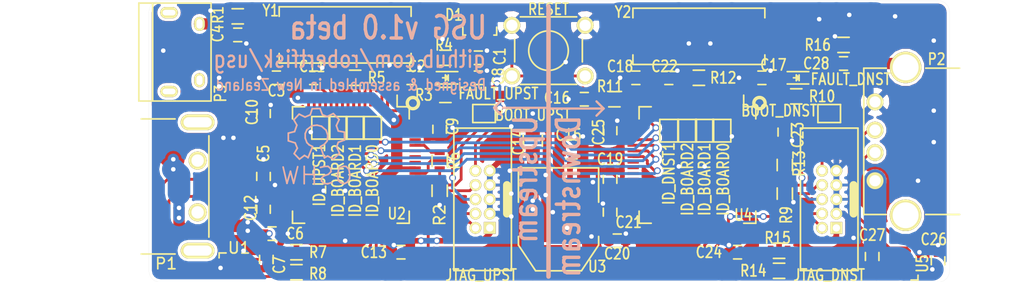
<source format=kicad_pcb>
(kicad_pcb (version 4) (host pcbnew 4.0.4-1.fc24-product)
  (layers (0 F.Cu signal) (31 B.Cu signal hide) (34 B.Paste user hide) (35 F.Paste user hide) (36 B.SilkS user hide) (37 F.SilkS user hide) (38 B.Mask user) (39 F.Mask user hide) (44 Edge.Cuts user))
  (net 0 "")
  (net 1 "Net-(BOOT_DNST1-Pad1)")
  (net 2 +3V3)
  (net 3 "Net-(BOOT_UPST1-Pad1)")
  (net 4 /RESET_UPST)
  (net 5 GND)
  (net 6 "Net-(C2-Pad1)")
  (net 7 "Net-(C3-Pad1)")
  (net 8 "Net-(C4-Pad1)")
  (net 9 "Net-(C5-Pad1)")
  (net 10 +5V)
  (net 11 /RESET_DNST)
  (net 12 "Net-(C17-Pad1)")
  (net 13 "Net-(C18-Pad1)")
  (net 14 "Net-(C19-Pad1)")
  (net 15 "Net-(C28-Pad1)")
  (net 16 "Net-(D1-Pad3)")
  (net 17 "Net-(FAULT_DNST1-Pad1)")
  (net 18 "Net-(FAULT_UPST1-Pad1)")
  (net 19 "Net-(ID_DNST1-Pad2)")
  (net 20 "Net-(ID_DNST_BOARD0-Pad2)")
  (net 21 "Net-(ID_DNST_BOARD1-Pad2)")
  (net 22 "Net-(ID_DNST_BOARD2-Pad2)")
  (net 23 "Net-(ID_UPST1-Pad2)")
  (net 24 "Net-(ID_UPST_BOARD0-Pad2)")
  (net 25 "Net-(ID_UPST_BOARD1-Pad2)")
  (net 26 "Net-(ID_UPST_BOARD2-Pad2)")
  (net 27 /JTCK_DNST)
  (net 28 /JTDO_DNST)
  (net 29 /JTDI_DNST)
  (net 30 /JTMS_DNST)
  (net 31 /JTCK_UPST)
  (net 32 /JTDO_UPST)
  (net 33 /JTDI_UPST)
  (net 34 /JTMS_UPST)
  (net 35 "Net-(P1-Pad2)")
  (net 36 "Net-(P1-Pad3)")
  (net 37 "Net-(P2-Pad3)")
  (net 38 "Net-(P2-Pad2)")
  (net 39 "Net-(R3-Pad1)")
  (net 40 "Net-(R5-Pad1)")
  (net 41 "Net-(R6-Pad1)")
  (net 42 "Net-(R7-Pad2)")
  (net 43 "Net-(R8-Pad2)")
  (net 44 "Net-(R10-Pad1)")
  (net 45 "Net-(R12-Pad1)")
  (net 46 "Net-(R13-Pad1)")
  (net 47 "Net-(R14-Pad2)")
  (net 48 "Net-(R15-Pad2)")
  (net 49 /SPI_TX_OK)
  (net 50 /SPI_NSS)
  (net 51 /SPI_SCK)
  (net 52 /SPI_MISO)
  (net 53 /SPI_MOSI)
  (module USG_footprints:J_NO_0402 (layer F.Cu) (at 176.149 105.029 180)
    (fp_text reference BOOT_DNST (at 4.445 0.254 180) (layer F.SilkS) (effects (font (size 1 0.8))))
    (fp_text value Jumper_NO_Small)
    (pad 1 smd rect (at -0.5 0 180) (size 0.6 1.2) (layers F.Cu F.Paste F.Mask) (net 1 "Net-(BOOT_DNST1-Pad1)"))
    (pad 2 smd rect (at 0.5 0 180) (size 0.6 1.2) (layers F.Cu F.Paste F.Mask) (net 2 +3V3))
  )
  (module USG_footprints:J_NO_0402 (layer F.Cu) (at 145.542 105.029 180)
    (fp_text reference BOOT_UPST (at -4.318 -0.127 180) (layer F.SilkS) (effects (font (size 1 0.8))))
    (fp_text value Jumper_NO_Small)
    (pad 1 smd rect (at -0.5 0 180) (size 0.6 1.2) (layers F.Cu F.Paste F.Mask) (net 3 "Net-(BOOT_UPST1-Pad1)"))
    (pad 2 smd rect (at 0.5 0 180) (size 0.6 1.2) (layers F.Cu F.Paste F.Mask) (net 2 +3V3))
  )
  (module Capacitors_SMD:C_0603 (layer F.Cu) (at 145.034 100.076)
    (fp_text reference C1 (at 1.905 -0.127 90) (layer F.SilkS) (effects (font (size 1 0.8))))
    (fp_text value 0.1u)
    (pad 1 smd rect (at -0.75 0) (size 0.8 0.75) (layers F.Cu F.Paste F.Mask) (net 4 /RESET_UPST))
    (pad 2 smd rect (at 0.75 0) (size 0.8 0.75) (layers F.Cu F.Paste F.Mask) (net 5 GND))
  )
  (module Capacitors_SMD:C_0603 (layer F.Cu) (at 139.065 101.854)
    (fp_text reference C2 (at 0.508 -1.016) (layer F.SilkS) (effects (font (size 1 0.8))))
    (fp_text value 18p)
    (pad 1 smd rect (at -0.75 0) (size 0.8 0.75) (layers F.Cu F.Paste F.Mask) (net 6 "Net-(C2-Pad1)"))
    (pad 2 smd rect (at 0.75 0) (size 0.8 0.75) (layers F.Cu F.Paste F.Mask) (net 5 GND))
  )
  (module Capacitors_SMD:C_0603 (layer F.Cu) (at 127.127 101.854 180)
    (fp_text reference C3 (at 0 -1.143 180) (layer F.SilkS) (effects (font (size 1 0.8))))
    (fp_text value 18p)
    (pad 1 smd rect (at -0.75 0 180) (size 0.8 0.75) (layers F.Cu F.Paste F.Mask) (net 7 "Net-(C3-Pad1)"))
    (pad 2 smd rect (at 0.75 0 180) (size 0.8 0.75) (layers F.Cu F.Paste F.Mask) (net 5 GND))
  )
  (module Capacitors_SMD:C_0603 (layer F.Cu) (at 123.698 98.044)
    (fp_text reference C4 (at -1.778 -0.127 90) (layer F.SilkS) (effects (font (size 1 0.8))))
    (fp_text value 0.1u)
    (pad 1 smd rect (at -0.75 0) (size 0.8 0.75) (layers F.Cu F.Paste F.Mask) (net 8 "Net-(C4-Pad1)"))
    (pad 2 smd rect (at 0.75 0) (size 0.8 0.75) (layers F.Cu F.Paste F.Mask) (net 5 GND))
  )
  (module Capacitors_SMD:C_0603 (layer F.Cu) (at 125.984 110.617 90)
    (fp_text reference C5 (at 2.032 0 90) (layer F.SilkS) (effects (font (size 1 0.8))))
    (fp_text value 4.7u)
    (pad 1 smd rect (at -0.75 0 90) (size 0.8 0.75) (layers F.Cu F.Paste F.Mask) (net 9 "Net-(C5-Pad1)"))
    (pad 2 smd rect (at 0.75 0 90) (size 0.8 0.75) (layers F.Cu F.Paste F.Mask) (net 5 GND))
  )
  (module Capacitors_SMD:C_0603 (layer F.Cu) (at 126.746 115.697)
    (fp_text reference C6 (at 2.032 0) (layer F.SilkS) (effects (font (size 1 0.8))))
    (fp_text value 0.1u)
    (pad 1 smd rect (at -0.75 0) (size 0.8 0.75) (layers F.Cu F.Paste F.Mask) (net 10 +5V))
    (pad 2 smd rect (at 0.75 0) (size 0.8 0.75) (layers F.Cu F.Paste F.Mask) (net 5 GND))
  )
  (module Capacitors_SMD:C_0603 (layer F.Cu) (at 126.238 117.983 90)
    (fp_text reference C7 (at -0.508 1.143 90) (layer F.SilkS) (effects (font (size 1 0.8))))
    (fp_text value 0.1u)
    (pad 1 smd rect (at -0.75 0 90) (size 0.8 0.75) (layers F.Cu F.Paste F.Mask) (net 2 +3V3))
    (pad 2 smd rect (at 0.75 0 90) (size 0.8 0.75) (layers F.Cu F.Paste F.Mask) (net 5 GND))
  )
  (module Capacitors_SMD:C_0603 (layer F.Cu) (at 145.034 101.854)
    (fp_text reference C8 (at 1.778 -0.127 90) (layer F.SilkS) (effects (font (size 1 0.8))))
    (fp_text value 4.7u)
    (pad 1 smd rect (at -0.75 0) (size 0.8 0.75) (layers F.Cu F.Paste F.Mask) (net 2 +3V3))
    (pad 2 smd rect (at 0.75 0) (size 0.8 0.75) (layers F.Cu F.Paste F.Mask) (net 5 GND))
  )
  (module Capacitors_SMD:C_0603 (layer F.Cu) (at 141.605 106.426 90)
    (fp_text reference C9 (at 0.254 1.143 90) (layer F.SilkS) (effects (font (size 1 0.8))))
    (fp_text value 0.1u)
    (pad 1 smd rect (at -0.75 0 90) (size 0.8 0.75) (layers F.Cu F.Paste F.Mask) (net 5 GND))
    (pad 2 smd rect (at 0.75 0 90) (size 0.8 0.75) (layers F.Cu F.Paste F.Mask) (net 2 +3V3))
  )
  (module Capacitors_SMD:C_0603 (layer F.Cu) (at 125.984 105.029 270)
    (fp_text reference C10 (at -0.127 1.016 270) (layer F.SilkS) (effects (font (size 1 0.8))))
    (fp_text value 0.1u)
    (pad 1 smd rect (at -0.75 0 270) (size 0.8 0.75) (layers F.Cu F.Paste F.Mask) (net 5 GND))
    (pad 2 smd rect (at 0.75 0 270) (size 0.8 0.75) (layers F.Cu F.Paste F.Mask) (net 2 +3V3))
  )
  (module Capacitors_SMD:C_0603 (layer F.Cu) (at 130.429 101.854 180)
    (fp_text reference C11 (at 0.127 1.016 180) (layer F.SilkS) (effects (font (size 1 0.8))))
    (fp_text value 0.1u)
    (pad 1 smd rect (at -0.75 0 180) (size 0.8 0.75) (layers F.Cu F.Paste F.Mask) (net 5 GND))
    (pad 2 smd rect (at 0.75 0 180) (size 0.8 0.75) (layers F.Cu F.Paste F.Mask) (net 2 +3V3))
  )
  (module Capacitors_SMD:C_0603 (layer F.Cu) (at 125.984 113.538 270)
    (fp_text reference C12 (at -0.127 1.143 450) (layer F.SilkS) (effects (font (size 1 0.8))))
    (fp_text value 0.1u)
    (pad 1 smd rect (at -0.75 0 270) (size 0.8 0.75) (layers F.Cu F.Paste F.Mask) (net 5 GND))
    (pad 2 smd rect (at 0.75 0 270) (size 0.8 0.75) (layers F.Cu F.Paste F.Mask) (net 2 +3V3))
  )
  (module Capacitors_SMD:C_0603 (layer F.Cu) (at 138.176 117.348)
    (fp_text reference C13 (at -2.413 0) (layer F.SilkS) (effects (font (size 1 0.8))))
    (fp_text value 0.1u)
    (pad 1 smd rect (at -0.75 0) (size 0.8 0.75) (layers F.Cu F.Paste F.Mask) (net 5 GND))
    (pad 2 smd rect (at 0.75 0) (size 0.8 0.75) (layers F.Cu F.Paste F.Mask) (net 2 +3V3))
  )
  (module Capacitors_SMD:C_0805 (layer F.Cu) (at 149.86 107.442 90)
    (fp_text reference C14 (at -0.127 -1.27 90) (layer F.SilkS) (effects (font (size 1 0.8))))
    (fp_text value 10u)
    (pad 1 smd rect (at -1 0 90) (size 1 1.25) (layers F.Cu F.Paste F.Mask) (net 10 +5V))
    (pad 2 smd rect (at 1 0 90) (size 1 1.25) (layers F.Cu F.Paste F.Mask) (net 5 GND))
  )
  (module Capacitors_SMD:C_0805 (layer F.Cu) (at 153.289 108.204)
    (fp_text reference C15 (at -0.254 -1.27 180) (layer F.SilkS) (effects (font (size 1 0.8))))
    (fp_text value 22u)
    (pad 1 smd rect (at -1 0) (size 1 1.25) (layers F.Cu F.Paste F.Mask) (net 2 +3V3))
    (pad 2 smd rect (at 1 0) (size 1 1.25) (layers F.Cu F.Paste F.Mask) (net 5 GND))
  )
  (module Capacitors_SMD:C_0603 (layer F.Cu) (at 154.432 103.759 180)
    (fp_text reference C16 (at 2.413 0.127 180) (layer F.SilkS) (effects (font (size 1 0.8))))
    (fp_text value 0.1u)
    (pad 1 smd rect (at -0.75 0 180) (size 0.8 0.75) (layers F.Cu F.Paste F.Mask) (net 11 /RESET_DNST))
    (pad 2 smd rect (at 0.75 0 180) (size 0.8 0.75) (layers F.Cu F.Paste F.Mask) (net 5 GND))
  )
  (module Capacitors_SMD:C_0603 (layer F.Cu) (at 170.18 101.854)
    (fp_text reference C17 (at 1.016 -1.143) (layer F.SilkS) (effects (font (size 1 0.8))))
    (fp_text value 18p)
    (pad 1 smd rect (at -0.75 0) (size 0.8 0.75) (layers F.Cu F.Paste F.Mask) (net 12 "Net-(C17-Pad1)"))
    (pad 2 smd rect (at 0.75 0) (size 0.8 0.75) (layers F.Cu F.Paste F.Mask) (net 5 GND))
  )
  (module Capacitors_SMD:C_0603 (layer F.Cu) (at 159.004 101.854 180)
    (fp_text reference C18 (at 1.397 1.016 180) (layer F.SilkS) (effects (font (size 1 0.8))))
    (fp_text value 18p)
    (pad 1 smd rect (at -0.75 0 180) (size 0.8 0.75) (layers F.Cu F.Paste F.Mask) (net 13 "Net-(C18-Pad1)"))
    (pad 2 smd rect (at 0.75 0 180) (size 0.8 0.75) (layers F.Cu F.Paste F.Mask) (net 5 GND))
  )
  (module Capacitors_SMD:C_0603 (layer F.Cu) (at 156.718 110.871 90)
    (fp_text reference C19 (at 1.778 0 180) (layer F.SilkS) (effects (font (size 1 0.8))))
    (fp_text value 4.7u)
    (pad 1 smd rect (at -0.75 0 90) (size 0.8 0.75) (layers F.Cu F.Paste F.Mask) (net 14 "Net-(C19-Pad1)"))
    (pad 2 smd rect (at 0.75 0 90) (size 0.8 0.75) (layers F.Cu F.Paste F.Mask) (net 5 GND))
  )
  (module Capacitors_SMD:C_0603 (layer F.Cu) (at 157.353 116.332)
    (fp_text reference C20 (at 0 1.143) (layer F.SilkS) (effects (font (size 1 0.8))))
    (fp_text value 4.7u)
    (pad 1 smd rect (at -0.75 0) (size 0.8 0.75) (layers F.Cu F.Paste F.Mask) (net 2 +3V3))
    (pad 2 smd rect (at 0.75 0) (size 0.8 0.75) (layers F.Cu F.Paste F.Mask) (net 5 GND))
  )
  (module Capacitors_SMD:C_0603 (layer F.Cu) (at 156.718 113.792 270)
    (fp_text reference C21 (at 0.889 -1.651 360) (layer F.SilkS) (effects (font (size 1 0.8))))
    (fp_text value 0.1u)
    (pad 1 smd rect (at -0.75 0 270) (size 0.8 0.75) (layers F.Cu F.Paste F.Mask) (net 5 GND))
    (pad 2 smd rect (at 0.75 0 270) (size 0.8 0.75) (layers F.Cu F.Paste F.Mask) (net 2 +3V3))
  )
  (module Capacitors_SMD:C_0603 (layer F.Cu) (at 161.925 101.854 180)
    (fp_text reference C22 (at 0.381 1.016 180) (layer F.SilkS) (effects (font (size 1 0.8))))
    (fp_text value 0.1u)
    (pad 1 smd rect (at -0.75 0 180) (size 0.8 0.75) (layers F.Cu F.Paste F.Mask) (net 5 GND))
    (pad 2 smd rect (at 0.75 0 180) (size 0.8 0.75) (layers F.Cu F.Paste F.Mask) (net 2 +3V3))
  )
  (module Capacitors_SMD:C_0603 (layer F.Cu) (at 172.212 106.68 90)
    (fp_text reference C23 (at -0.254 1.143 90) (layer F.SilkS) (effects (font (size 1 0.8))))
    (fp_text value 0.1u)
    (pad 1 smd rect (at -0.75 0 90) (size 0.8 0.75) (layers F.Cu F.Paste F.Mask) (net 5 GND))
    (pad 2 smd rect (at 0.75 0 90) (size 0.8 0.75) (layers F.Cu F.Paste F.Mask) (net 2 +3V3))
  )
  (module Capacitors_SMD:C_0603 (layer F.Cu) (at 168.021 117.348)
    (fp_text reference C24 (at -2.54 0) (layer F.SilkS) (effects (font (size 1 0.8))))
    (fp_text value 0.1u)
    (pad 1 smd rect (at -0.75 0) (size 0.8 0.75) (layers F.Cu F.Paste F.Mask) (net 5 GND))
    (pad 2 smd rect (at 0.75 0) (size 0.8 0.75) (layers F.Cu F.Paste F.Mask) (net 2 +3V3))
  )
  (module Capacitors_SMD:C_0603 (layer F.Cu) (at 156.718 106.553 270)
    (fp_text reference C25 (at 0.127 1.016 270) (layer F.SilkS) (effects (font (size 1 0.8))))
    (fp_text value 0.1u)
    (pad 1 smd rect (at -0.75 0 270) (size 0.8 0.75) (layers F.Cu F.Paste F.Mask) (net 5 GND))
    (pad 2 smd rect (at 0.75 0 270) (size 0.8 0.75) (layers F.Cu F.Paste F.Mask) (net 2 +3V3))
  )
  (module Capacitors_SMD:C_0603 (layer F.Cu) (at 185.801 118.11 90)
    (fp_text reference C26 (at 1.905 -0.381 180) (layer F.SilkS) (effects (font (size 1 0.8))))
    (fp_text value 0.1u)
    (pad 1 smd rect (at -0.75 0 90) (size 0.8 0.75) (layers F.Cu F.Paste F.Mask) (net 10 +5V))
    (pad 2 smd rect (at 0.75 0 90) (size 0.8 0.75) (layers F.Cu F.Paste F.Mask) (net 5 GND))
  )
  (module Capacitors_SMD:C_0603 (layer F.Cu) (at 179.959 117.729 90)
    (fp_text reference C27 (at 1.905 0 180) (layer F.SilkS) (effects (font (size 1 0.8))))
    (fp_text value 0.1u)
    (pad 1 smd rect (at -0.75 0 90) (size 0.8 0.75) (layers F.Cu F.Paste F.Mask) (net 2 +3V3))
    (pad 2 smd rect (at 0.75 0 90) (size 0.8 0.75) (layers F.Cu F.Paste F.Mask) (net 5 GND))
  )
  (module Capacitors_SMD:C_0603 (layer F.Cu) (at 177.419 100.584 180)
    (fp_text reference C28 (at 2.413 0 180) (layer F.SilkS) (effects (font (size 1 0.8))))
    (fp_text value 0.1u)
    (pad 1 smd rect (at -0.75 0 180) (size 0.8 0.75) (layers F.Cu F.Paste F.Mask) (net 15 "Net-(C28-Pad1)"))
    (pad 2 smd rect (at 0.75 0 180) (size 0.8 0.75) (layers F.Cu F.Paste F.Mask) (net 5 GND))
  )
  (module TO_SOT_Packages_SMD:SOT-23 (layer F.Cu) (at 145.161 97.409 180)
    (fp_text reference D1 (at 2.286 1.143 180) (layer F.SilkS) (effects (font (size 1 0.8))))
    (fp_text value DOUBLE_DIODE_CCOM)
    (pad 1 smd rect (at -0.95 1.00076 180) (size 0.8001 0.8001) (layers F.Cu F.Paste F.Mask) (net 11 /RESET_DNST))
    (pad 2 smd rect (at 0.95 1.00076 180) (size 0.8001 0.8001) (layers F.Cu F.Paste F.Mask) (net 4 /RESET_UPST))
    (pad 3 smd rect (at 0 -0.99822 180) (size 0.8001 0.8001) (layers F.Cu F.Paste F.Mask) (net 16 "Net-(D1-Pad3)"))
  )
  (module LEDs:LED-0603 (layer F.Cu) (at 173.228 101.854 180)
    (fp_text reference FAULT_DNST (at -4.826 -0.127 360) (layer F.SilkS) (effects (font (size 1 0.8))))
    (fp_text value LED)
    (pad 2 smd rect (at 0.7493 0) (size 0.79756 0.79756) (layers F.Cu F.Paste F.Mask) (net 2 +3V3))
    (pad 1 smd rect (at -0.7493 0) (size 0.79756 0.79756) (layers F.Cu F.Paste F.Mask) (net 17 "Net-(FAULT_DNST1-Pad1)"))
  )
  (module LEDs:LED-0603 (layer F.Cu) (at 142.113 101.854 180)
    (fp_text reference FAULT_UPST (at -4.699 -1.397 180) (layer F.SilkS) (effects (font (size 1 0.8))))
    (fp_text value LED)
    (pad 2 smd rect (at 0.7493 0) (size 0.79756 0.79756) (layers F.Cu F.Paste F.Mask) (net 2 +3V3))
    (pad 1 smd rect (at -0.7493 0) (size 0.79756 0.79756) (layers F.Cu F.Paste F.Mask) (net 18 "Net-(FAULT_UPST1-Pad1)"))
  )
  (module USG_footprints:J_NC_0402 (layer F.Cu) (at 161.925 106.553 90)
    (fp_text reference ID_DNST1 (at -3.81 0 90) (layer F.SilkS) (effects (font (size 1 0.8))))
    (fp_text value Jumper_NC_Small)
    (pad 1 smd rect (at -0.5 0 90) (size 0.6 1.2) (layers F.Cu F.Paste F.Mask) (net 5 GND))
    (pad 2 smd rect (at 0.5 0 90) (size 0.6 1.2) (layers F.Cu F.Paste F.Mask) (net 19 "Net-(ID_DNST1-Pad2)"))
    (pad 3 smd rect (at 0 0 90) (size 0.6 0.3) (layers F.Cu F.Paste F.Mask))
  )
  (module USG_footprints:J_NC_0402 (layer F.Cu) (at 166.624 106.553 90)
    (fp_text reference ID_BOARD0 (at -4.318 0.127 90) (layer F.SilkS) (effects (font (size 1 0.8))))
    (fp_text value Jumper_NC_Small)
    (pad 1 smd rect (at -0.5 0 90) (size 0.6 1.2) (layers F.Cu F.Paste F.Mask) (net 5 GND))
    (pad 2 smd rect (at 0.5 0 90) (size 0.6 1.2) (layers F.Cu F.Paste F.Mask) (net 20 "Net-(ID_DNST_BOARD0-Pad2)"))
    (pad 3 smd rect (at 0 0 90) (size 0.6 0.3) (layers F.Cu F.Paste F.Mask))
  )
  (module USG_footprints:J_NC_0402 (layer F.Cu) (at 165.1 106.553 90)
    (fp_text reference ID_BOARD1 (at -4.318 0 90) (layer F.SilkS) (effects (font (size 1 0.8))))
    (fp_text value Jumper_NC_Small)
    (pad 1 smd rect (at -0.5 0 90) (size 0.6 1.2) (layers F.Cu F.Paste F.Mask) (net 5 GND))
    (pad 2 smd rect (at 0.5 0 90) (size 0.6 1.2) (layers F.Cu F.Paste F.Mask) (net 21 "Net-(ID_DNST_BOARD1-Pad2)"))
    (pad 3 smd rect (at 0 0 90) (size 0.6 0.3) (layers F.Cu F.Paste F.Mask))
  )
  (module USG_footprints:J_NC_0402 (layer F.Cu) (at 163.576 106.553 90)
    (fp_text reference ID_BOARD2 (at -4.318 0 90) (layer F.SilkS) (effects (font (size 1 0.8))))
    (fp_text value Jumper_NC_Small)
    (pad 1 smd rect (at -0.5 0 90) (size 0.6 1.2) (layers F.Cu F.Paste F.Mask) (net 5 GND))
    (pad 2 smd rect (at 0.5 0 90) (size 0.6 1.2) (layers F.Cu F.Paste F.Mask) (net 22 "Net-(ID_DNST_BOARD2-Pad2)"))
    (pad 3 smd rect (at 0 0 90) (size 0.6 0.3) (layers F.Cu F.Paste F.Mask))
  )
  (module USG_footprints:J_NO_0402 (layer F.Cu) (at 131.064 106.299 90)
    (fp_text reference ID_UPST1 (at -4.191 -0.127 90) (layer F.SilkS) (effects (font (size 1 0.8))))
    (fp_text value Jumper_NO_Small)
    (pad 1 smd rect (at -0.5 0 90) (size 0.6 1.2) (layers F.Cu F.Paste F.Mask) (net 5 GND))
    (pad 2 smd rect (at 0.5 0 90) (size 0.6 1.2) (layers F.Cu F.Paste F.Mask) (net 23 "Net-(ID_UPST1-Pad2)"))
  )
  (module USG_footprints:J_NC_0402 (layer F.Cu) (at 135.636 106.299 90)
    (fp_text reference ID_BOARD0 (at -4.699 0 90) (layer F.SilkS) (effects (font (size 1 0.8))))
    (fp_text value Jumper_NC_Small)
    (pad 1 smd rect (at -0.5 0 90) (size 0.6 1.2) (layers F.Cu F.Paste F.Mask) (net 5 GND))
    (pad 2 smd rect (at 0.5 0 90) (size 0.6 1.2) (layers F.Cu F.Paste F.Mask) (net 24 "Net-(ID_UPST_BOARD0-Pad2)"))
    (pad 3 smd rect (at 0 0 90) (size 0.6 0.3) (layers F.Cu F.Paste F.Mask))
  )
  (module USG_footprints:J_NC_0402 (layer F.Cu) (at 134.112 106.299 90)
    (fp_text reference ID_BOARD1 (at -4.699 0 90) (layer F.SilkS) (effects (font (size 1 0.8))))
    (fp_text value Jumper_NC_Small)
    (pad 1 smd rect (at -0.5 0 90) (size 0.6 1.2) (layers F.Cu F.Paste F.Mask) (net 5 GND))
    (pad 2 smd rect (at 0.5 0 90) (size 0.6 1.2) (layers F.Cu F.Paste F.Mask) (net 25 "Net-(ID_UPST_BOARD1-Pad2)"))
    (pad 3 smd rect (at 0 0 90) (size 0.6 0.3) (layers F.Cu F.Paste F.Mask))
  )
  (module USG_footprints:J_NC_0402 (layer F.Cu) (at 132.588 106.299 90)
    (fp_text reference ID_BOARD2 (at -4.699 0 90) (layer F.SilkS) (effects (font (size 1 0.8))))
    (fp_text value Jumper_NC_Small)
    (pad 1 smd rect (at -0.5 0 90) (size 0.6 1.2) (layers F.Cu F.Paste F.Mask) (net 5 GND))
    (pad 2 smd rect (at 0.5 0 90) (size 0.6 1.2) (layers F.Cu F.Paste F.Mask) (net 26 "Net-(ID_UPST_BOARD2-Pad2)"))
    (pad 3 smd rect (at 0 0 90) (size 0.6 0.3) (layers F.Cu F.Paste F.Mask))
  )
  (module USG_footprints:USB_A_PLUG (layer F.Cu) (at 120.142 111.506 270)
    (fp_text reference P1 (at 6.858 2.794 360) (layer F.SilkS))
    (fp_text value USB_A_PLUG)
    (pad 1 smd rect (at 3.5 -2.75 180) (size 2.5 1.1) (layers F.Cu F.Paste F.Mask) (net 10 +5V))
    (pad 2 smd rect (at 1 -2.75 180) (size 2.5 1.1) (layers F.Cu F.Paste F.Mask) (net 35 "Net-(P1-Pad2)"))
    (pad 3 smd rect (at -1 -2.75 180) (size 2.5 1.1) (layers F.Cu F.Paste F.Mask) (net 36 "Net-(P1-Pad3)"))
    (pad 5 thru_hole oval (at 5.7 0 180) (size 3 1.4) (drill oval 2.5 0.9) (layers *.Cu *.Mask F.SilkS) (net 8 "Net-(C4-Pad1)"))
    (pad 5 thru_hole circle (at -2.3 0 180) (size 1.6 1.6) (drill 1.1) (layers *.Cu *.Mask F.SilkS) (net 8 "Net-(C4-Pad1)"))
    (pad 5 thru_hole circle (at 2.3 0 180) (size 1.6 1.6) (drill 1.1) (layers *.Cu *.Mask F.SilkS) (net 8 "Net-(C4-Pad1)"))
    (pad 5 thru_hole oval (at -5.7 0 180) (size 3 1.4) (drill oval 2.5 0.9) (layers *.Cu *.Mask F.SilkS) (net 8 "Net-(C4-Pad1)"))
    (pad 4 smd rect (at -3.5 -2.75 180) (size 2.5 1.1) (layers F.Cu F.Paste F.Mask) (net 5 GND))
  )
  (module USG_footprints:USB_A_SOCKET (layer F.Cu) (at 180.213 110.998 90)
    (fp_text reference P2 (at 10.795 5.461 180) (layer F.SilkS) (effects (font (size 1 0.8))))
    (fp_text value USB_A_SOCKET)
    (pad 4 thru_hole circle (at 7 0) (size 1.50114 1.50114) (drill 1) (layers *.Cu *.Mask F.SilkS) (net 5 GND))
    (pad 3 thru_hole circle (at 4.5 0) (size 1.50114 1.50114) (drill 1) (layers *.Cu *.Mask F.SilkS) (net 37 "Net-(P2-Pad3)"))
    (pad 2 thru_hole circle (at 2.5 0) (size 1.50114 1.50114) (drill 1) (layers *.Cu *.Mask F.SilkS) (net 38 "Net-(P2-Pad2)"))
    (pad 1 thru_hole circle (at 0 0) (size 1.50114 1.50114) (drill 1) (layers *.Cu *.Mask F.SilkS) (net 10 +5V))
    (pad 5 thru_hole circle (at 10.07 2.71) (size 2.8 2.8) (drill 2.3) (layers *.Cu *.Mask F.SilkS) (net 15 "Net-(C28-Pad1)"))
    (pad 5 thru_hole circle (at -3.07 2.71) (size 2.8 2.8) (drill 2.3) (layers *.Cu *.Mask F.SilkS) (net 15 "Net-(C28-Pad1)"))
  )
  (module Resistors_SMD:R_0603 (layer F.Cu) (at 123.698 96.393)
    (fp_text reference R1 (at -1.778 -0.127 90) (layer F.SilkS) (effects (font (size 1 0.8))))
    (fp_text value 220)
    (pad 1 smd rect (at -0.75 0) (size 0.5 0.9) (layers F.Cu F.Paste F.Mask) (net 8 "Net-(C4-Pad1)"))
    (pad 2 smd rect (at 0.75 0) (size 0.5 0.9) (layers F.Cu F.Paste F.Mask) (net 5 GND))
  )
  (module Resistors_SMD:R_0603 (layer F.Cu) (at 141.605 111.887 270)
    (fp_text reference R2 (at 2.159 0 270) (layer F.SilkS))
    (fp_text value 1k)
    (pad 1 smd rect (at -0.75 0 270) (size 0.5 0.9) (layers F.Cu F.Paste F.Mask) (net 3 "Net-(BOOT_UPST1-Pad1)"))
    (pad 2 smd rect (at 0.75 0 270) (size 0.5 0.9) (layers F.Cu F.Paste F.Mask) (net 5 GND))
  )
  (module Resistors_SMD:R_0603 (layer F.Cu) (at 142.113 103.378)
    (fp_text reference R3 (at -1.905 0) (layer F.SilkS) (effects (font (size 1 0.8))))
    (fp_text value 1k)
    (pad 1 smd rect (at -0.75 0) (size 0.5 0.9) (layers F.Cu F.Paste F.Mask) (net 39 "Net-(R3-Pad1)"))
    (pad 2 smd rect (at 0.75 0) (size 0.5 0.9) (layers F.Cu F.Paste F.Mask) (net 18 "Net-(FAULT_UPST1-Pad1)"))
  )
  (module Resistors_SMD:R_0603 (layer F.Cu) (at 142.113 100.076)
    (fp_text reference R4 (at -0.127 -1.143) (layer F.SilkS) (effects (font (size 1 0.8))))
    (fp_text value 10k)
    (pad 1 smd rect (at -0.75 0) (size 0.5 0.9) (layers F.Cu F.Paste F.Mask) (net 2 +3V3))
    (pad 2 smd rect (at 0.75 0) (size 0.5 0.9) (layers F.Cu F.Paste F.Mask) (net 4 /RESET_UPST))
  )
  (module Resistors_SMD:R_0603 (layer F.Cu) (at 134.112 101.854 180)
    (fp_text reference R5 (at -1.905 0 180) (layer F.SilkS) (effects (font (size 1 0.8))))
    (fp_text value 220)
    (pad 1 smd rect (at -0.75 0 180) (size 0.5 0.9) (layers F.Cu F.Paste F.Mask) (net 40 "Net-(R5-Pad1)"))
    (pad 2 smd rect (at 0.75 0 180) (size 0.5 0.9) (layers F.Cu F.Paste F.Mask) (net 7 "Net-(C3-Pad1)"))
  )
  (module Resistors_SMD:R_0603 (layer F.Cu) (at 141.605 109.22 270)
    (fp_text reference R6 (at 0 -1.27 270) (layer F.SilkS) (effects (font (size 1 0.8))))
    (fp_text value 10k)
    (pad 1 smd rect (at -0.75 0 270) (size 0.5 0.9) (layers F.Cu F.Paste F.Mask) (net 41 "Net-(R6-Pad1)"))
    (pad 2 smd rect (at 0.75 0 270) (size 0.5 0.9) (layers F.Cu F.Paste F.Mask) (net 3 "Net-(BOOT_UPST1-Pad1)"))
  )
  (module Resistors_SMD:R_0603 (layer F.Cu) (at 128.905 117.348)
    (fp_text reference R7 (at 1.905 0) (layer F.SilkS) (effects (font (size 1 0.8))))
    (fp_text value 22)
    (pad 1 smd rect (at -0.75 0) (size 0.5 0.9) (layers F.Cu F.Paste F.Mask) (net 35 "Net-(P1-Pad2)"))
    (pad 2 smd rect (at 0.75 0) (size 0.5 0.9) (layers F.Cu F.Paste F.Mask) (net 42 "Net-(R7-Pad2)"))
  )
  (module Resistors_SMD:R_0603 (layer F.Cu) (at 128.905 119.126)
    (fp_text reference R8 (at 1.905 0.127) (layer F.SilkS) (effects (font (size 1 0.8))))
    (fp_text value 22)
    (pad 1 smd rect (at -0.75 0) (size 0.5 0.9) (layers F.Cu F.Paste F.Mask) (net 36 "Net-(P1-Pad3)"))
    (pad 2 smd rect (at 0.75 0) (size 0.5 0.9) (layers F.Cu F.Paste F.Mask) (net 43 "Net-(R8-Pad2)"))
  )
  (module Resistors_SMD:R_0603 (layer F.Cu) (at 172.212 112.141 270)
    (fp_text reference R9 (at 1.905 -0.127 270) (layer F.SilkS) (effects (font (size 1 0.8))))
    (fp_text value 1k)
    (pad 1 smd rect (at -0.75 0 270) (size 0.5 0.9) (layers F.Cu F.Paste F.Mask) (net 1 "Net-(BOOT_DNST1-Pad1)"))
    (pad 2 smd rect (at 0.75 0 270) (size 0.5 0.9) (layers F.Cu F.Paste F.Mask) (net 5 GND))
  )
  (module Resistors_SMD:R_0603 (layer F.Cu) (at 173.228 103.505)
    (fp_text reference R10 (at 2.286 0) (layer F.SilkS) (effects (font (size 1 0.8))))
    (fp_text value 1k)
    (pad 1 smd rect (at -0.75 0) (size 0.5 0.9) (layers F.Cu F.Paste F.Mask) (net 44 "Net-(R10-Pad1)"))
    (pad 2 smd rect (at 0.75 0) (size 0.5 0.9) (layers F.Cu F.Paste F.Mask) (net 17 "Net-(FAULT_DNST1-Pad1)"))
  )
  (module Resistors_SMD:R_0603 (layer F.Cu) (at 157.099 103.759 180)
    (fp_text reference R11 (at 0.381 1.143 360) (layer F.SilkS) (effects (font (size 1 0.8))))
    (fp_text value 10k)
    (pad 1 smd rect (at -0.75 0 180) (size 0.5 0.9) (layers F.Cu F.Paste F.Mask) (net 2 +3V3))
    (pad 2 smd rect (at 0.75 0 180) (size 0.5 0.9) (layers F.Cu F.Paste F.Mask) (net 11 /RESET_DNST))
  )
  (module Resistors_SMD:R_0603 (layer F.Cu) (at 164.592 101.854 180)
    (fp_text reference R12 (at -2.159 0 180) (layer F.SilkS) (effects (font (size 1 0.8))))
    (fp_text value 220)
    (pad 1 smd rect (at -0.75 0 180) (size 0.5 0.9) (layers F.Cu F.Paste F.Mask) (net 45 "Net-(R12-Pad1)"))
    (pad 2 smd rect (at 0.75 0 180) (size 0.5 0.9) (layers F.Cu F.Paste F.Mask) (net 13 "Net-(C18-Pad1)"))
  )
  (module Resistors_SMD:R_0603 (layer F.Cu) (at 172.212 109.601 270)
    (fp_text reference R13 (at -0.127 -1.27 270) (layer F.SilkS) (effects (font (size 1 0.8))))
    (fp_text value 10k)
    (pad 1 smd rect (at -0.75 0 270) (size 0.5 0.9) (layers F.Cu F.Paste F.Mask) (net 46 "Net-(R13-Pad1)"))
    (pad 2 smd rect (at 0.75 0 270) (size 0.5 0.9) (layers F.Cu F.Paste F.Mask) (net 1 "Net-(BOOT_DNST1-Pad1)"))
  )
  (module Resistors_SMD:R_0603 (layer F.Cu) (at 171.704 118.999 180)
    (fp_text reference R14 (at 2.286 0 180) (layer F.SilkS) (effects (font (size 1 0.8))))
    (fp_text value 22)
    (pad 1 smd rect (at -0.75 0 180) (size 0.5 0.9) (layers F.Cu F.Paste F.Mask) (net 38 "Net-(P2-Pad2)"))
    (pad 2 smd rect (at 0.75 0 180) (size 0.5 0.9) (layers F.Cu F.Paste F.Mask) (net 47 "Net-(R14-Pad2)"))
  )
  (module Resistors_SMD:R_0603 (layer F.Cu) (at 171.704 117.221 180)
    (fp_text reference R15 (at 0.127 1.143 360) (layer F.SilkS) (effects (font (size 1 0.8))))
    (fp_text value 22)
    (pad 1 smd rect (at -0.75 0 180) (size 0.5 0.9) (layers F.Cu F.Paste F.Mask) (net 37 "Net-(P2-Pad3)"))
    (pad 2 smd rect (at 0.75 0 180) (size 0.5 0.9) (layers F.Cu F.Paste F.Mask) (net 48 "Net-(R15-Pad2)"))
  )
  (module Resistors_SMD:R_0603 (layer F.Cu) (at 177.419 98.933 180)
    (fp_text reference R16 (at 2.286 0 180) (layer F.SilkS) (effects (font (size 1 0.8))))
    (fp_text value 220)
    (pad 1 smd rect (at -0.75 0 180) (size 0.5 0.9) (layers F.Cu F.Paste F.Mask) (net 15 "Net-(C28-Pad1)"))
    (pad 2 smd rect (at 0.75 0 180) (size 0.5 0.9) (layers F.Cu F.Paste F.Mask) (net 5 GND))
  )
  (module USG_footprints:SW_TACT (layer F.Cu) (at 151.257 99.441)
    (fp_text reference RESET (at 0 -3.683) (layer F.SilkS) (effects (font (size 1 0.8))))
    (fp_text value SW_PUSH)
    (pad 1 thru_hole circle (at 3.25 -2.25) (size 1.5 1.5) (drill 1) (layers *.Cu *.Mask F.SilkS) (net 5 GND))
    (pad 2 thru_hole circle (at 3.25 2.25) (size 1.5 1.5) (drill 1) (layers *.Cu *.Mask F.SilkS) (net 16 "Net-(D1-Pad3)"))
    (pad 1 thru_hole circle (at -3.25 -2.25) (size 1.5 1.5) (drill 1) (layers *.Cu *.Mask F.SilkS) (net 5 GND))
    (pad 2 thru_hole circle (at -3.25 2.25) (size 1.5 1.5) (drill 1) (layers *.Cu *.Mask F.SilkS) (net 16 "Net-(D1-Pad3)"))
  )
  (module TO_SOT_Packages_SMD:SC-70-6 (layer F.Cu) (at 123.825 118.745 270)
    (fp_text reference U1 (at -1.778 0 360) (layer F.SilkS))
    (fp_text value NUP4114)
    (pad 1 smd rect (at -0.65024 0.94996 270) (size 0.39878 0.7493) (layers F.Cu F.Paste F.Mask) (net 35 "Net-(P1-Pad2)"))
    (pad 2 smd rect (at 0 0.94996 270) (size 0.39878 0.7493) (layers F.Cu F.Paste F.Mask) (net 5 GND))
    (pad 3 smd rect (at 0.65024 0.94996 270) (size 0.39878 0.7493) (layers F.Cu F.Paste F.Mask) (net 36 "Net-(P1-Pad3)"))
    (pad 4 smd rect (at 0.65024 -0.94996 270) (size 0.39878 0.7493) (layers F.Cu F.Paste F.Mask) (net 36 "Net-(P1-Pad3)"))
    (pad 5 smd rect (at 0 -0.94996 270) (size 0.39878 0.7493) (layers F.Cu F.Paste F.Mask) (net 2 +3V3))
    (pad 6 smd rect (at -0.65024 -0.94996 270) (size 0.39878 0.7493) (layers F.Cu F.Paste F.Mask) (net 35 "Net-(P1-Pad2)"))
  )
  (module TO_SOT_Packages_SMD:SOT-223 (layer F.Cu) (at 152.146 114.427 180)
    (fp_text reference U3 (at -3.429 -4.191 180) (layer F.SilkS) (effects (font (size 1 0.8))))
    (fp_text value AZ1117CH-3.3)
    (pad 4 smd rect (at 0 -3.302 180) (size 3.6576 2.032) (layers F.Cu F.Paste F.Mask))
    (pad 2 smd rect (at 0 3.302 180) (size 1.016 2.032) (layers F.Cu F.Paste F.Mask) (net 2 +3V3))
    (pad 3 smd rect (at 2.286 3.302 180) (size 1.016 2.032) (layers F.Cu F.Paste F.Mask) (net 10 +5V))
    (pad 1 smd rect (at -2.286 3.302 180) (size 1.016 2.032) (layers F.Cu F.Paste F.Mask) (net 5 GND))
  )
  (module TO_SOT_Packages_SMD:SC-70-6 (layer F.Cu) (at 182.245 118.491 90)
    (fp_text reference U5 (at 0.127 2.159 270) (layer F.SilkS) (effects (font (size 1 0.8))))
    (fp_text value NUP4114)
    (pad 1 smd rect (at -0.65024 0.94996 90) (size 0.39878 0.7493) (layers F.Cu F.Paste F.Mask) (net 38 "Net-(P2-Pad2)"))
    (pad 2 smd rect (at 0 0.94996 90) (size 0.39878 0.7493) (layers F.Cu F.Paste F.Mask) (net 5 GND))
    (pad 3 smd rect (at 0.65024 0.94996 90) (size 0.39878 0.7493) (layers F.Cu F.Paste F.Mask) (net 37 "Net-(P2-Pad3)"))
    (pad 4 smd rect (at 0.65024 -0.94996 90) (size 0.39878 0.7493) (layers F.Cu F.Paste F.Mask) (net 37 "Net-(P2-Pad3)"))
    (pad 5 smd rect (at 0 -0.94996 90) (size 0.39878 0.7493) (layers F.Cu F.Paste F.Mask) (net 2 +3V3))
    (pad 6 smd rect (at -0.65024 -0.94996 90) (size 0.39878 0.7493) (layers F.Cu F.Paste F.Mask) (net 38 "Net-(P2-Pad2)"))
  )
  (module Crystals:Crystal_HC49-SD_SMD (layer F.Cu) (at 133.223 98.044 180)
    (fp_text reference Y1 (at 6.604 2.159 180) (layer F.SilkS) (effects (font (size 1 0.8))))
    (fp_text value 8MHz)
    (pad 1 smd rect (at -4.84886 0 180) (size 5.6007 2.10058) (layers F.Cu F.Paste F.Mask) (net 6 "Net-(C2-Pad1)"))
    (pad 2 smd rect (at 4.84886 0 180) (size 5.6007 2.10058) (layers F.Cu F.Paste F.Mask) (net 7 "Net-(C3-Pad1)"))
  )
  (module Crystals:Crystal_HC49-SD_SMD (layer F.Cu) (at 164.592 98.171 180)
    (fp_text reference Y2 (at 6.731 2.159 180) (layer F.SilkS) (effects (font (size 1 0.8))))
    (fp_text value 8MHz)
    (pad 1 smd rect (at -4.84886 0 180) (size 5.6007 2.10058) (layers F.Cu F.Paste F.Mask) (net 12 "Net-(C17-Pad1)"))
    (pad 2 smd rect (at 4.84886 0 180) (size 5.6007 2.10058) (layers F.Cu F.Paste F.Mask) (net 13 "Net-(C18-Pad1)"))
  )
  (module USG_footprints:LQFP-64_10x10mm_Pitch0.5mm (layer F.Cu) (at 133.731 109.601 270)
    (fp_text reference U2 (at 4.318 -4.064 360) (layer F.SilkS) (effects (font (size 1 0.8))))
    (fp_text value STM32F401xB)
    (pad 1 smd rect (at -5.7 -3.75 270) (size 1 0.25) (layers F.Cu F.Paste F.Mask) (net 2 +3V3))
    (pad 2 smd rect (at -5.7 -3.25 270) (size 1 0.25) (layers F.Cu F.Paste F.Mask) (net 39 "Net-(R3-Pad1)"))
    (pad 3 smd rect (at -5.7 -2.75 270) (size 1 0.25) (layers F.Cu F.Paste F.Mask))
    (pad 4 smd rect (at -5.7 -2.25 270) (size 1 0.25) (layers F.Cu F.Paste F.Mask))
    (pad 5 smd rect (at -5.7 -1.75 270) (size 1 0.25) (layers F.Cu F.Paste F.Mask) (net 6 "Net-(C2-Pad1)"))
    (pad 6 smd rect (at -5.7 -1.25 270) (size 1 0.25) (layers F.Cu F.Paste F.Mask) (net 40 "Net-(R5-Pad1)"))
    (pad 7 smd rect (at -5.7 -0.75 270) (size 1 0.25) (layers F.Cu F.Paste F.Mask) (net 4 /RESET_UPST))
    (pad 8 smd rect (at -5.7 -0.25 270) (size 1 0.25) (layers F.Cu F.Paste F.Mask) (net 24 "Net-(ID_UPST_BOARD0-Pad2)"))
    (pad 9 smd rect (at -5.7 0.25 270) (size 1 0.25) (layers F.Cu F.Paste F.Mask) (net 25 "Net-(ID_UPST_BOARD1-Pad2)"))
    (pad 10 smd rect (at -5.7 0.75 270) (size 1 0.25) (layers F.Cu F.Paste F.Mask) (net 26 "Net-(ID_UPST_BOARD2-Pad2)"))
    (pad 11 smd rect (at -5.7 1.25 270) (size 1 0.25) (layers F.Cu F.Paste F.Mask) (net 23 "Net-(ID_UPST1-Pad2)"))
    (pad 12 smd rect (at -5.7 1.75 270) (size 1 0.25) (layers F.Cu F.Paste F.Mask) (net 5 GND))
    (pad 13 smd rect (at -5.7 2.25 270) (size 1 0.25) (layers F.Cu F.Paste F.Mask) (net 2 +3V3))
    (pad 14 smd rect (at -5.7 2.75 270) (size 1 0.25) (layers F.Cu F.Paste F.Mask))
    (pad 15 smd rect (at -5.7 3.25 270) (size 1 0.25) (layers F.Cu F.Paste F.Mask))
    (pad 16 smd rect (at -5.7 3.75 270) (size 1 0.25) (layers F.Cu F.Paste F.Mask))
    (pad 17 smd rect (at -3.75 5.7) (size 1 0.25) (layers F.Cu F.Paste F.Mask) (net 49 /SPI_TX_OK))
    (pad 18 smd rect (at -3.25 5.7) (size 1 0.25) (layers F.Cu F.Paste F.Mask) (net 5 GND))
    (pad 19 smd rect (at -2.75 5.7) (size 1 0.25) (layers F.Cu F.Paste F.Mask) (net 2 +3V3))
    (pad 20 smd rect (at -2.25 5.7) (size 1 0.25) (layers F.Cu F.Paste F.Mask) (net 50 /SPI_NSS))
    (pad 21 smd rect (at -1.75 5.7) (size 1 0.25) (layers F.Cu F.Paste F.Mask) (net 51 /SPI_SCK))
    (pad 22 smd rect (at -1.25 5.7) (size 1 0.25) (layers F.Cu F.Paste F.Mask) (net 52 /SPI_MISO))
    (pad 23 smd rect (at -0.75 5.7) (size 1 0.25) (layers F.Cu F.Paste F.Mask) (net 53 /SPI_MOSI))
    (pad 24 smd rect (at -0.25 5.7) (size 1 0.25) (layers F.Cu F.Paste F.Mask))
    (pad 25 smd rect (at 0.25 5.7) (size 1 0.25) (layers F.Cu F.Paste F.Mask))
    (pad 26 smd rect (at 0.75 5.7) (size 1 0.25) (layers F.Cu F.Paste F.Mask))
    (pad 27 smd rect (at 1.25 5.7) (size 1 0.25) (layers F.Cu F.Paste F.Mask))
    (pad 28 smd rect (at 1.75 5.7) (size 1 0.25) (layers F.Cu F.Paste F.Mask) (net 5 GND))
    (pad 29 smd rect (at 2.25 5.7) (size 1 0.25) (layers F.Cu F.Paste F.Mask))
    (pad 30 smd rect (at 2.75 5.7) (size 1 0.25) (layers F.Cu F.Paste F.Mask) (net 9 "Net-(C5-Pad1)"))
    (pad 31 smd rect (at 3.25 5.7) (size 1 0.25) (layers F.Cu F.Paste F.Mask) (net 5 GND))
    (pad 32 smd rect (at 3.75 5.7) (size 1 0.25) (layers F.Cu F.Paste F.Mask) (net 2 +3V3))
    (pad 33 smd rect (at 5.7 3.75 270) (size 1 0.25) (layers F.Cu F.Paste F.Mask))
    (pad 34 smd rect (at 5.7 3.25 270) (size 1 0.25) (layers F.Cu F.Paste F.Mask))
    (pad 35 smd rect (at 5.7 2.75 270) (size 1 0.25) (layers F.Cu F.Paste F.Mask))
    (pad 36 smd rect (at 5.7 2.25 270) (size 1 0.25) (layers F.Cu F.Paste F.Mask))
    (pad 37 smd rect (at 5.7 1.75 270) (size 1 0.25) (layers F.Cu F.Paste F.Mask))
    (pad 38 smd rect (at 5.7 1.25 270) (size 1 0.25) (layers F.Cu F.Paste F.Mask))
    (pad 39 smd rect (at 5.7 0.75 270) (size 1 0.25) (layers F.Cu F.Paste F.Mask))
    (pad 40 smd rect (at 5.7 0.25 270) (size 1 0.25) (layers F.Cu F.Paste F.Mask))
    (pad 41 smd rect (at 5.7 -0.25 270) (size 1 0.25) (layers F.Cu F.Paste F.Mask))
    (pad 42 smd rect (at 5.7 -0.75 270) (size 1 0.25) (layers F.Cu F.Paste F.Mask))
    (pad 43 smd rect (at 5.7 -1.25 270) (size 1 0.25) (layers F.Cu F.Paste F.Mask))
    (pad 44 smd rect (at 5.7 -1.75 270) (size 1 0.25) (layers F.Cu F.Paste F.Mask) (net 42 "Net-(R7-Pad2)"))
    (pad 45 smd rect (at 5.7 -2.25 270) (size 1 0.25) (layers F.Cu F.Paste F.Mask) (net 43 "Net-(R8-Pad2)"))
    (pad 46 smd rect (at 5.7 -2.75 270) (size 1 0.25) (layers F.Cu F.Paste F.Mask) (net 34 /JTMS_UPST))
    (pad 47 smd rect (at 5.7 -3.25 270) (size 1 0.25) (layers F.Cu F.Paste F.Mask) (net 5 GND))
    (pad 48 smd rect (at 5.7 -3.75 270) (size 1 0.25) (layers F.Cu F.Paste F.Mask) (net 2 +3V3))
    (pad 49 smd rect (at 3.75 -5.7) (size 1 0.25) (layers F.Cu F.Paste F.Mask) (net 31 /JTCK_UPST))
    (pad 50 smd rect (at 3.25 -5.7) (size 1 0.25) (layers F.Cu F.Paste F.Mask) (net 33 /JTDI_UPST))
    (pad 51 smd rect (at 2.75 -5.7) (size 1 0.25) (layers F.Cu F.Paste F.Mask))
    (pad 52 smd rect (at 2.25 -5.7) (size 1 0.25) (layers F.Cu F.Paste F.Mask))
    (pad 53 smd rect (at 1.75 -5.7) (size 1 0.25) (layers F.Cu F.Paste F.Mask))
    (pad 54 smd rect (at 1.25 -5.7) (size 1 0.25) (layers F.Cu F.Paste F.Mask))
    (pad 55 smd rect (at 0.75 -5.7) (size 1 0.25) (layers F.Cu F.Paste F.Mask) (net 32 /JTDO_UPST))
    (pad 56 smd rect (at 0.25 -5.7) (size 1 0.25) (layers F.Cu F.Paste F.Mask) (net 2 +3V3))
    (pad 57 smd rect (at -0.25 -5.7) (size 1 0.25) (layers F.Cu F.Paste F.Mask))
    (pad 58 smd rect (at -0.75 -5.7) (size 1 0.25) (layers F.Cu F.Paste F.Mask))
    (pad 59 smd rect (at -1.25 -5.7) (size 1 0.25) (layers F.Cu F.Paste F.Mask))
    (pad 60 smd rect (at -1.75 -5.7) (size 1 0.25) (layers F.Cu F.Paste F.Mask) (net 41 "Net-(R6-Pad1)"))
    (pad 61 smd rect (at -2.25 -5.7) (size 1 0.25) (layers F.Cu F.Paste F.Mask))
    (pad 62 smd rect (at -2.75 -5.7) (size 1 0.25) (layers F.Cu F.Paste F.Mask))
    (pad 63 smd rect (at -3.25 -5.7) (size 1 0.25) (layers F.Cu F.Paste F.Mask) (net 5 GND))
    (pad 64 smd rect (at -3.75 -5.7) (size 1 0.25) (layers F.Cu F.Paste F.Mask) (net 2 +3V3))
  )
  (module USG_footprints:LQFP-64_10x10mm_Pitch0.5mm (layer F.Cu) (at 164.465 109.601 270)
    (fp_text reference U4 (at 4.445 -4.064 360) (layer F.SilkS) (effects (font (size 1 0.8))))
    (fp_text value STM32F401xB)
    (pad 1 smd rect (at -5.7 -3.75 270) (size 1 0.25) (layers F.Cu F.Paste F.Mask) (net 2 +3V3))
    (pad 2 smd rect (at -5.7 -3.25 270) (size 1 0.25) (layers F.Cu F.Paste F.Mask) (net 44 "Net-(R10-Pad1)"))
    (pad 3 smd rect (at -5.7 -2.75 270) (size 1 0.25) (layers F.Cu F.Paste F.Mask))
    (pad 4 smd rect (at -5.7 -2.25 270) (size 1 0.25) (layers F.Cu F.Paste F.Mask))
    (pad 5 smd rect (at -5.7 -1.75 270) (size 1 0.25) (layers F.Cu F.Paste F.Mask) (net 12 "Net-(C17-Pad1)"))
    (pad 6 smd rect (at -5.7 -1.25 270) (size 1 0.25) (layers F.Cu F.Paste F.Mask) (net 45 "Net-(R12-Pad1)"))
    (pad 7 smd rect (at -5.7 -0.75 270) (size 1 0.25) (layers F.Cu F.Paste F.Mask) (net 11 /RESET_DNST))
    (pad 8 smd rect (at -5.7 -0.25 270) (size 1 0.25) (layers F.Cu F.Paste F.Mask) (net 20 "Net-(ID_DNST_BOARD0-Pad2)"))
    (pad 9 smd rect (at -5.7 0.25 270) (size 1 0.25) (layers F.Cu F.Paste F.Mask) (net 21 "Net-(ID_DNST_BOARD1-Pad2)"))
    (pad 10 smd rect (at -5.7 0.75 270) (size 1 0.25) (layers F.Cu F.Paste F.Mask) (net 22 "Net-(ID_DNST_BOARD2-Pad2)"))
    (pad 11 smd rect (at -5.7 1.25 270) (size 1 0.25) (layers F.Cu F.Paste F.Mask) (net 19 "Net-(ID_DNST1-Pad2)"))
    (pad 12 smd rect (at -5.7 1.75 270) (size 1 0.25) (layers F.Cu F.Paste F.Mask) (net 5 GND))
    (pad 13 smd rect (at -5.7 2.25 270) (size 1 0.25) (layers F.Cu F.Paste F.Mask) (net 2 +3V3))
    (pad 14 smd rect (at -5.7 2.75 270) (size 1 0.25) (layers F.Cu F.Paste F.Mask))
    (pad 15 smd rect (at -5.7 3.25 270) (size 1 0.25) (layers F.Cu F.Paste F.Mask))
    (pad 16 smd rect (at -5.7 3.75 270) (size 1 0.25) (layers F.Cu F.Paste F.Mask))
    (pad 17 smd rect (at -3.75 5.7) (size 1 0.25) (layers F.Cu F.Paste F.Mask) (net 49 /SPI_TX_OK))
    (pad 18 smd rect (at -3.25 5.7) (size 1 0.25) (layers F.Cu F.Paste F.Mask) (net 5 GND))
    (pad 19 smd rect (at -2.75 5.7) (size 1 0.25) (layers F.Cu F.Paste F.Mask) (net 2 +3V3))
    (pad 20 smd rect (at -2.25 5.7) (size 1 0.25) (layers F.Cu F.Paste F.Mask) (net 50 /SPI_NSS))
    (pad 21 smd rect (at -1.75 5.7) (size 1 0.25) (layers F.Cu F.Paste F.Mask) (net 51 /SPI_SCK))
    (pad 22 smd rect (at -1.25 5.7) (size 1 0.25) (layers F.Cu F.Paste F.Mask) (net 52 /SPI_MISO))
    (pad 23 smd rect (at -0.75 5.7) (size 1 0.25) (layers F.Cu F.Paste F.Mask) (net 53 /SPI_MOSI))
    (pad 24 smd rect (at -0.25 5.7) (size 1 0.25) (layers F.Cu F.Paste F.Mask))
    (pad 25 smd rect (at 0.25 5.7) (size 1 0.25) (layers F.Cu F.Paste F.Mask))
    (pad 26 smd rect (at 0.75 5.7) (size 1 0.25) (layers F.Cu F.Paste F.Mask))
    (pad 27 smd rect (at 1.25 5.7) (size 1 0.25) (layers F.Cu F.Paste F.Mask))
    (pad 28 smd rect (at 1.75 5.7) (size 1 0.25) (layers F.Cu F.Paste F.Mask) (net 5 GND))
    (pad 29 smd rect (at 2.25 5.7) (size 1 0.25) (layers F.Cu F.Paste F.Mask))
    (pad 30 smd rect (at 2.75 5.7) (size 1 0.25) (layers F.Cu F.Paste F.Mask) (net 14 "Net-(C19-Pad1)"))
    (pad 31 smd rect (at 3.25 5.7) (size 1 0.25) (layers F.Cu F.Paste F.Mask) (net 5 GND))
    (pad 32 smd rect (at 3.75 5.7) (size 1 0.25) (layers F.Cu F.Paste F.Mask) (net 2 +3V3))
    (pad 33 smd rect (at 5.7 3.75 270) (size 1 0.25) (layers F.Cu F.Paste F.Mask))
    (pad 34 smd rect (at 5.7 3.25 270) (size 1 0.25) (layers F.Cu F.Paste F.Mask))
    (pad 35 smd rect (at 5.7 2.75 270) (size 1 0.25) (layers F.Cu F.Paste F.Mask))
    (pad 36 smd rect (at 5.7 2.25 270) (size 1 0.25) (layers F.Cu F.Paste F.Mask))
    (pad 37 smd rect (at 5.7 1.75 270) (size 1 0.25) (layers F.Cu F.Paste F.Mask))
    (pad 38 smd rect (at 5.7 1.25 270) (size 1 0.25) (layers F.Cu F.Paste F.Mask))
    (pad 39 smd rect (at 5.7 0.75 270) (size 1 0.25) (layers F.Cu F.Paste F.Mask))
    (pad 40 smd rect (at 5.7 0.25 270) (size 1 0.25) (layers F.Cu F.Paste F.Mask))
    (pad 41 smd rect (at 5.7 -0.25 270) (size 1 0.25) (layers F.Cu F.Paste F.Mask))
    (pad 42 smd rect (at 5.7 -0.75 270) (size 1 0.25) (layers F.Cu F.Paste F.Mask))
    (pad 43 smd rect (at 5.7 -1.25 270) (size 1 0.25) (layers F.Cu F.Paste F.Mask))
    (pad 44 smd rect (at 5.7 -1.75 270) (size 1 0.25) (layers F.Cu F.Paste F.Mask) (net 47 "Net-(R14-Pad2)"))
    (pad 45 smd rect (at 5.7 -2.25 270) (size 1 0.25) (layers F.Cu F.Paste F.Mask) (net 48 "Net-(R15-Pad2)"))
    (pad 46 smd rect (at 5.7 -2.75 270) (size 1 0.25) (layers F.Cu F.Paste F.Mask) (net 30 /JTMS_DNST))
    (pad 47 smd rect (at 5.7 -3.25 270) (size 1 0.25) (layers F.Cu F.Paste F.Mask) (net 5 GND))
    (pad 48 smd rect (at 5.7 -3.75 270) (size 1 0.25) (layers F.Cu F.Paste F.Mask) (net 2 +3V3))
    (pad 49 smd rect (at 3.75 -5.7) (size 1 0.25) (layers F.Cu F.Paste F.Mask) (net 27 /JTCK_DNST))
    (pad 50 smd rect (at 3.25 -5.7) (size 1 0.25) (layers F.Cu F.Paste F.Mask) (net 29 /JTDI_DNST))
    (pad 51 smd rect (at 2.75 -5.7) (size 1 0.25) (layers F.Cu F.Paste F.Mask))
    (pad 52 smd rect (at 2.25 -5.7) (size 1 0.25) (layers F.Cu F.Paste F.Mask))
    (pad 53 smd rect (at 1.75 -5.7) (size 1 0.25) (layers F.Cu F.Paste F.Mask))
    (pad 54 smd rect (at 1.25 -5.7) (size 1 0.25) (layers F.Cu F.Paste F.Mask))
    (pad 55 smd rect (at 0.75 -5.7) (size 1 0.25) (layers F.Cu F.Paste F.Mask) (net 28 /JTDO_DNST))
    (pad 56 smd rect (at 0.25 -5.7) (size 1 0.25) (layers F.Cu F.Paste F.Mask) (net 2 +3V3))
    (pad 57 smd rect (at -0.25 -5.7) (size 1 0.25) (layers F.Cu F.Paste F.Mask))
    (pad 58 smd rect (at -0.75 -5.7) (size 1 0.25) (layers F.Cu F.Paste F.Mask))
    (pad 59 smd rect (at -1.25 -5.7) (size 1 0.25) (layers F.Cu F.Paste F.Mask))
    (pad 60 smd rect (at -1.75 -5.7) (size 1 0.25) (layers F.Cu F.Paste F.Mask) (net 46 "Net-(R13-Pad1)"))
    (pad 61 smd rect (at -2.25 -5.7) (size 1 0.25) (layers F.Cu F.Paste F.Mask))
    (pad 62 smd rect (at -2.75 -5.7) (size 1 0.25) (layers F.Cu F.Paste F.Mask))
    (pad 63 smd rect (at -3.25 -5.7) (size 1 0.25) (layers F.Cu F.Paste F.Mask) (net 5 GND))
    (pad 64 smd rect (at -3.75 -5.7) (size 1 0.25) (layers F.Cu F.Paste F.Mask) (net 2 +3V3))
  )
  (module USG_footprints:Pin_Header_Straight_2x05_Pitch1.27mm (layer F.Cu) (at 176.784 115.189 180)
    (fp_text reference JTAG_DNST (at 0.635 -4.191 180) (layer F.SilkS) (effects (font (size 1 0.8))))
    (fp_text value CONN_02X05)
    (pad 1 thru_hole rect (at 0 0 180) (size 1.05 1.05) (drill 0.65) (layers *.Cu *.Mask F.SilkS) (net 2 +3V3))
    (pad 3 thru_hole circle (at 0 1.27 180) (size 1.05 1.05) (drill 0.65) (layers *.Cu *.Mask F.SilkS) (net 5 GND))
    (pad 5 thru_hole circle (at 0 2.54 180) (size 1.05 1.05) (drill 0.65) (layers *.Cu *.Mask F.SilkS) (net 5 GND))
    (pad 7 thru_hole circle (at 0 3.81 180) (size 1.05 1.05) (drill 0.65) (layers *.Cu *.Mask F.SilkS) (net 5 GND))
    (pad 9 thru_hole circle (at 0 5.08 180) (size 1.05 1.05) (drill 0.65) (layers *.Cu *.Mask F.SilkS) (net 5 GND))
    (pad 4 thru_hole circle (at 1.27 1.27 180) (size 1.05 1.05) (drill 0.65) (layers *.Cu *.Mask F.SilkS) (net 27 /JTCK_DNST))
    (pad 6 thru_hole circle (at 1.27 2.54 180) (size 1.05 1.05) (drill 0.65) (layers *.Cu *.Mask F.SilkS) (net 28 /JTDO_DNST))
    (pad 8 thru_hole circle (at 1.27 3.81 180) (size 1.05 1.05) (drill 0.65) (layers *.Cu *.Mask F.SilkS) (net 29 /JTDI_DNST))
    (pad 10 thru_hole circle (at 1.27 5.08 180) (size 1.05 1.05) (drill 0.65) (layers *.Cu *.Mask F.SilkS) (net 11 /RESET_DNST))
    (pad 2 thru_hole circle (at 1.27 0 180) (size 1.05 1.05) (drill 0.65) (layers *.Cu *.Mask F.SilkS) (net 30 /JTMS_DNST))
  )
  (module USG_footprints:Pin_Header_Straight_2x05_Pitch1.27mm (layer F.Cu) (at 146.05 115.189 180)
    (fp_text reference JTAG_UPST (at 0.762 -4.191 180) (layer F.SilkS) (effects (font (size 1 0.8))))
    (fp_text value CONN_02X05)
    (pad 1 thru_hole rect (at 0 0 180) (size 1.05 1.05) (drill 0.65) (layers *.Cu *.Mask F.SilkS) (net 2 +3V3))
    (pad 3 thru_hole circle (at 0 1.27 180) (size 1.05 1.05) (drill 0.65) (layers *.Cu *.Mask F.SilkS) (net 5 GND))
    (pad 5 thru_hole circle (at 0 2.54 180) (size 1.05 1.05) (drill 0.65) (layers *.Cu *.Mask F.SilkS) (net 5 GND))
    (pad 7 thru_hole circle (at 0 3.81 180) (size 1.05 1.05) (drill 0.65) (layers *.Cu *.Mask F.SilkS) (net 5 GND))
    (pad 9 thru_hole circle (at 0 5.08 180) (size 1.05 1.05) (drill 0.65) (layers *.Cu *.Mask F.SilkS) (net 5 GND))
    (pad 4 thru_hole circle (at 1.27 1.27 180) (size 1.05 1.05) (drill 0.65) (layers *.Cu *.Mask F.SilkS) (net 31 /JTCK_UPST))
    (pad 6 thru_hole circle (at 1.27 2.54 180) (size 1.05 1.05) (drill 0.65) (layers *.Cu *.Mask F.SilkS) (net 32 /JTDO_UPST))
    (pad 8 thru_hole circle (at 1.27 3.81 180) (size 1.05 1.05) (drill 0.65) (layers *.Cu *.Mask F.SilkS) (net 33 /JTDI_UPST))
    (pad 10 thru_hole circle (at 1.27 5.08 180) (size 1.05 1.05) (drill 0.65) (layers *.Cu *.Mask F.SilkS) (net 4 /RESET_UPST))
    (pad 2 thru_hole circle (at 1.27 0 180) (size 1.05 1.05) (drill 0.65) (layers *.Cu *.Mask F.SilkS) (net 34 /JTMS_UPST))
  )
  (module Connect:USB_Micro-B (layer F.Cu) (at 118.745 99.568 270)
    (fp_text reference P3 (at 3.683 -3.429 270) (layer F.SilkS) (effects (font (size 1 0.8))))
    (fp_text value USB_OTG)
    (pad 1 smd rect (at -1.3009 -1.56254) (size 1.35 0.4) (layers F.Cu F.Paste F.Mask) (net 10 +5V))
    (pad 2 smd rect (at -0.6509 -1.56254) (size 1.35 0.4) (layers F.Cu F.Paste F.Mask) (net 35 "Net-(P1-Pad2)"))
    (pad 3 smd rect (at -0.0009 -1.56254) (size 1.35 0.4) (layers F.Cu F.Paste F.Mask) (net 36 "Net-(P1-Pad3)"))
    (pad 4 smd rect (at 0.6491 -1.56254) (size 1.35 0.4) (layers F.Cu F.Paste F.Mask))
    (pad 5 smd rect (at 1.2991 -1.56254) (size 1.35 0.4) (layers F.Cu F.Paste F.Mask) (net 5 GND))
    (pad 6 thru_hole oval (at -2.5009 -1.56254) (size 0.95 1.25) (drill oval 0.55 0.85) (layers *.Cu *.Mask F.SilkS) (net 8 "Net-(C4-Pad1)"))
    (pad 6 thru_hole oval (at 2.4991 -1.56254) (size 0.95 1.25) (drill oval 0.55 0.85) (layers *.Cu *.Mask F.SilkS) (net 8 "Net-(C4-Pad1)"))
    (pad 6 thru_hole oval (at -3.5009 1.13746) (size 1.55 1) (drill oval 1.15 0.5) (layers *.Cu *.Mask F.SilkS) (net 8 "Net-(C4-Pad1)"))
    (pad 6 thru_hole oval (at 3.4991 1.13746) (size 1.55 1) (drill oval 1.15 0.5) (layers *.Cu *.Mask F.SilkS) (net 8 "Net-(C4-Pad1)"))
  )
  (module Symbols:Symbol_OSHW-Logo_SilkScreen (layer B.Cu) (at 130.683 107.061 180)
    (fp_text reference "" (at 0.09906 4.38912 180) (layer B.SilkS) (effects (justify mirror)))
    (fp_text value Symbol_OSHW-Logo_SilkScreen)
  )
  (gr_text "Designed & assembled in New Zealand" (at 133.731 102.489) (layer B.SilkS) (effects (font (size 1 0.8)) (justify mirror)))
  (gr_text github.com/robertfisk/usg (at 133.604 100.203) (layer B.SilkS) (effects (font (size 1.5 1.2) (thickness 0.2)) (justify mirror)))
  (gr_text "USG v1.0 beta\n" (at 137.033 97.409) (layer B.SilkS) (effects (font (size 2 1.6) (thickness 0.3)) (justify mirror)))
  (gr_line (start 151.4475 104.5845) (end 156.1465 104.5845) (angle 90) (layer B.SilkS) (width 0.2))
  (gr_line (start 156.1465 104.5845) (end 155.5115 105.2195) (angle 90) (layer B.SilkS) (width 0.2))
  (gr_line (start 156.1465 104.5845) (end 155.5115 103.9495) (angle 90) (layer B.SilkS) (width 0.2))
  (gr_line (start 146.431 104.521) (end 147.066 105.156) (angle 90) (layer B.SilkS) (width 0.2))
  (gr_line (start 146.431 104.521) (end 147.066 103.886) (angle 90) (layer B.SilkS) (width 0.2))
  (gr_line (start 151.13 104.521) (end 146.431 104.521) (angle 90) (layer B.SilkS) (width 0.2))
  (gr_text Downstream (at 153.035 112.395 90) (layer B.SilkS) (effects (font (size 2 1.6) (thickness 0.3)) (justify mirror)))
  (gr_text Upstream (at 149.225 110.871 90) (layer B.SilkS) (effects (font (size 2 1.6) (thickness 0.3)) (justify mirror)))
  (gr_line (start 151.257 95.504) (end 151.257 119.507) (angle 90) (layer B.SilkS) (width 0.4))
  (gr_line (start 186.817 118.999) (end 186.817 96.012) (angle 90) (layer Edge.Cuts) (width 0.01))
  (gr_line (start 116.84 120.015) (end 185.801 120.015) (angle 90) (layer Edge.Cuts) (width 0.01))
  (gr_line (start 115.824 96.012) (end 115.824 118.999) (angle 90) (layer Edge.Cuts) (width 0.01))
  (gr_line (start 185.801 94.996) (end 116.84 94.996) (angle 90) (layer Edge.Cuts) (width 0.01))
  (gr_arc (start 116.84 96.012) (end 115.824 96.012) (angle 90) (layer Edge.Cuts) (width 0.01))
  (gr_arc (start 116.84 118.999) (end 116.84 120.015) (angle 90) (layer Edge.Cuts) (width 0.01))
  (gr_arc (start 185.801 118.999) (end 186.817 118.999) (angle 90) (layer Edge.Cuts) (width 0.01))
  (gr_arc (start 185.801 96.012) (end 185.801 94.996) (angle 90) (layer Edge.Cuts) (width 0.01))
  (segment (start 156.0195 104.7115) (end 155.7655 104.9655) (width 0.25) (layer B.Cu) (net 0))
  (segment (start 157.9245 104.7115) (end 156.0195 104.7115) (width 0.25) (layer B.Cu) (net 0))
  (segment (start 158.496 103.124) (end 154.94 103.124) (width 0.5) (layer B.Cu) (net 0))
  (segment (start 158.75 103.378) (end 158.496 103.124) (width 0.5) (layer B.Cu) (net 0))
  (segment (start 154.94 103.124) (end 149.733 103.124) (width 0.5) (layer B.Cu) (net 0))
  (segment (start 174.371 108.085) (end 176.649 105.807) (width 0.25) (layer F.Cu) (net 1))
  (segment (start 172.212 111.391) (end 174.105 111.391) (width 0.25) (layer F.Cu) (net 1))
  (segment (start 174.371 111.125) (end 174.371 108.204) (width 0.25) (layer F.Cu) (net 1))
  (segment (start 174.105 111.391) (end 174.371 111.125) (width 0.25) (layer F.Cu) (net 1))
  (segment (start 174.371 108.204) (end 174.371 108.085) (width 0.25) (layer F.Cu) (net 1))
  (segment (start 176.649 105.807) (end 176.649 105.029) (width 0.25) (layer F.Cu) (net 1))
  (segment (start 172.212 110.351) (end 172.212 111.391) (width 0.25) (layer F.Cu) (net 1))
  (segment (start 181.29504 118.491) (end 179.971 118.491) (width 0.5) (layer F.Cu) (net 2))
  (segment (start 179.971 118.491) (end 179.959 118.479) (width 0.5) (layer F.Cu) (net 2))
  (segment (start 156.603 116.332) (end 156.603 114.657) (width 1) (layer F.Cu) (net 2))
  (segment (start 156.603 114.657) (end 156.718 114.542) (width 1) (layer F.Cu) (net 2))
  (segment (start 170.165 109.851) (end 168.66 109.851) (width 0.25) (layer F.Cu) (net 2))
  (segment (start 168.66 109.851) (end 168.656 109.855) (width 0.25) (layer F.Cu) (net 2))
  (segment (start 157.849 103.759) (end 157.849 104.152) (width 0.5) (layer F.Cu) (net 2))
  (segment (start 157.849 104.152) (end 157.226 104.775) (width 0.5) (layer F.Cu) (net 2))
  (segment (start 155.067 104.775) (end 154.416 105.426) (width 0.5) (layer F.Cu) (net 2))
  (segment (start 157.226 104.775) (end 155.067 104.775) (width 0.5) (layer F.Cu) (net 2))
  (segment (start 161.175 101.854) (end 161.175 101.969) (width 0.5) (layer F.Cu) (net 2))
  (segment (start 161.175 101.969) (end 159.385 103.759) (width 0.5) (layer F.Cu) (net 2))
  (segment (start 159.385 103.759) (end 157.849 103.759) (width 0.5) (layer F.Cu) (net 2))
  (segment (start 156.718 107.303) (end 156.325 107.303) (width 1) (layer F.Cu) (net 2))
  (segment (start 154.448 105.426) (end 154.416 105.426) (width 1) (layer F.Cu) (net 2))
  (segment (start 154.416 105.426) (end 152.289 105.426) (width 1) (layer F.Cu) (net 2))
  (segment (start 156.325 107.303) (end 154.448 105.426) (width 1) (layer F.Cu) (net 2))
  (segment (start 172.974 118.11) (end 173.343 118.479) (width 0.5) (layer F.Cu) (net 2))
  (segment (start 171.831 118.11) (end 172.974 118.11) (width 0.4) (layer F.Cu) (net 2))
  (segment (start 171.704 116.078) (end 171.704 117.983) (width 0.5) (layer F.Cu) (net 2))
  (segment (start 171.704 117.983) (end 171.831 118.11) (width 0.4) (layer F.Cu) (net 2))
  (segment (start 173.343 118.479) (end 173.748 118.479) (width 0.5) (layer F.Cu) (net 2))
  (segment (start 179.959 118.479) (end 173.748 118.479) (width 0.5) (layer F.Cu) (net 2))
  (segment (start 173.748 118.479) (end 173.736 118.491) (width 0.5) (layer F.Cu) (net 2))
  (segment (start 173.228 105.41) (end 173.228 102.743) (width 0.5) (layer F.Cu) (net 2))
  (segment (start 173.228 102.6033) (end 172.4787 101.854) (width 0.5) (layer F.Cu) (net 2))
  (segment (start 173.228 102.743) (end 173.228 102.6033) (width 0.5) (layer F.Cu) (net 2))
  (segment (start 175.649 105.029) (end 175.268 105.41) (width 0.5) (layer F.Cu) (net 2))
  (segment (start 175.268 105.41) (end 173.228 105.41) (width 0.5) (layer F.Cu) (net 2))
  (segment (start 173.228 105.41) (end 172.212 105.41) (width 0.5) (layer F.Cu) (net 2))
  (segment (start 145.042 105.029) (end 144.55 105.029) (width 0.5) (layer F.Cu) (net 2))
  (segment (start 144.55 105.029) (end 144.03 104.509) (width 0.5) (layer F.Cu) (net 2))
  (segment (start 144.284 101.854) (end 144.284 103.251) (width 0.5) (layer F.Cu) (net 2))
  (segment (start 144.284 103.251) (end 144.03 103.505) (width 0.5) (layer F.Cu) (net 2))
  (segment (start 172.212 105.41) (end 172.212 105.93) (width 1) (layer F.Cu) (net 2))
  (segment (start 171.704 104.902) (end 172.212 105.41) (width 1) (layer F.Cu) (net 2))
  (segment (start 169.672 104.902) (end 171.704 104.902) (width 1) (layer F.Cu) (net 2))
  (segment (start 168.783 105.791) (end 169.672 104.902) (width 1) (layer F.Cu) (net 2))
  (segment (start 168.783 106.299) (end 168.783 105.791) (width 1) (layer F.Cu) (net 2))
  (segment (start 166.624 111.887) (end 168.656 109.855) (width 1) (layer F.Cu) (net 2))
  (segment (start 168.656 109.855) (end 168.783 109.728) (width 1) (layer F.Cu) (net 2))
  (segment (start 168.783 109.728) (end 168.783 106.299) (width 1) (layer F.Cu) (net 2))
  (segment (start 128.905 117.856) (end 128.905 117.983) (width 0.25) (layer F.Cu) (net 2))
  (segment (start 126.25 118.745) (end 127.127 118.745) (width 0.5) (layer F.Cu) (net 2))
  (segment (start 128.905 114.415) (end 128.778 114.288) (width 0.5) (layer F.Cu) (net 2))
  (segment (start 128.905 114.415) (end 128.905 117.856) (width 0.5) (layer F.Cu) (net 2))
  (segment (start 127.635 118.237) (end 127.127 118.745) (width 0.4) (layer F.Cu) (net 2))
  (segment (start 128.651 118.237) (end 127.635 118.237) (width 0.4) (layer F.Cu) (net 2))
  (segment (start 128.905 117.983) (end 128.651 118.237) (width 0.4) (layer F.Cu) (net 2))
  (segment (start 169.418 116.078) (end 171.704 116.078) (width 0.5) (layer F.Cu) (net 2))
  (segment (start 171.704 116.078) (end 174.498 116.078) (width 0.5) (layer F.Cu) (net 2))
  (segment (start 176.784 115.951) (end 176.784 115.189) (width 0.5) (layer F.Cu) (net 2))
  (segment (start 176.403 116.332) (end 176.784 115.951) (width 0.5) (layer F.Cu) (net 2))
  (segment (start 174.752 116.332) (end 176.403 116.332) (width 0.5) (layer F.Cu) (net 2))
  (segment (start 174.498 116.078) (end 174.752 116.332) (width 0.5) (layer F.Cu) (net 2))
  (segment (start 168.771 117.348) (end 169.418 116.701) (width 1) (layer F.Cu) (net 2))
  (segment (start 169.418 114.681) (end 166.624 111.887) (width 1) (layer F.Cu) (net 2))
  (segment (start 169.418 116.701) (end 169.418 116.078) (width 1) (layer F.Cu) (net 2))
  (segment (start 169.418 116.078) (end 169.418 114.681) (width 1) (layer F.Cu) (net 2))
  (segment (start 156.718 114.542) (end 159.397 114.542) (width 1) (layer F.Cu) (net 2))
  (segment (start 159.397 114.542) (end 160.909 113.03) (width 1) (layer F.Cu) (net 2))
  (segment (start 160.909 113.03) (end 165.481 113.03) (width 1) (layer F.Cu) (net 2))
  (segment (start 165.481 113.03) (end 166.624 111.887) (width 1) (layer F.Cu) (net 2))
  (segment (start 152.146 111.125) (end 152.146 111.76) (width 1) (layer F.Cu) (net 2))
  (segment (start 152.146 111.76) (end 154.928 114.542) (width 1) (layer F.Cu) (net 2))
  (segment (start 154.928 114.542) (end 156.718 114.542) (width 1) (layer F.Cu) (net 2))
  (segment (start 179.971 118.491) (end 179.959 118.479) (width 0.5) (layer F.Cu) (net 2))
  (segment (start 126.25 118.745) (end 126.238 118.733) (width 0.25) (layer F.Cu) (net 2))
  (segment (start 124.77496 118.745) (end 126.226 118.745) (width 0.5) (layer F.Cu) (net 2))
  (segment (start 126.226 118.745) (end 126.238 118.733) (width 0.5) (layer F.Cu) (net 2))
  (segment (start 168.215 115.301) (end 168.215 116.792) (width 0.25) (layer F.Cu) (net 2))
  (segment (start 168.215 116.792) (end 168.771 117.348) (width 0.25) (layer F.Cu) (net 2))
  (segment (start 168.469 117.046) (end 168.771 117.348) (width 0.25) (layer F.Cu) (net 2))
  (segment (start 168.215 103.901) (end 168.215 103.184) (width 0.25) (layer F.Cu) (net 2))
  (segment (start 168.215 103.184) (end 168.529 102.87) (width 0.4) (layer F.Cu) (net 2))
  (segment (start 168.529 102.87) (end 171.4627 102.87) (width 0.4) (layer F.Cu) (net 2))
  (segment (start 171.4627 102.87) (end 172.4787 101.854) (width 0.4) (layer F.Cu) (net 2))
  (segment (start 170.165 105.851) (end 172.133 105.851) (width 0.25) (layer F.Cu) (net 2))
  (segment (start 172.133 105.851) (end 172.212 105.93) (width 0.25) (layer F.Cu) (net 2))
  (segment (start 158.765 113.351) (end 157.909 113.351) (width 0.25) (layer F.Cu) (net 2))
  (segment (start 157.909 113.351) (end 156.718 114.542) (width 0.25) (layer F.Cu) (net 2))
  (segment (start 162.215 103.901) (end 162.215 102.779) (width 0.25) (layer F.Cu) (net 2))
  (segment (start 162.215 102.779) (end 161.29 101.854) (width 0.25) (layer F.Cu) (net 2))
  (segment (start 161.29 101.854) (end 161.175 101.854) (width 0.25) (layer F.Cu) (net 2))
  (segment (start 158.765 106.851) (end 157.17 106.851) (width 0.25) (layer F.Cu) (net 2))
  (segment (start 157.17 106.851) (end 156.718 107.303) (width 0.25) (layer F.Cu) (net 2))
  (segment (start 125.984 105.779) (end 125.972 105.779) (width 0.5) (layer F.Cu) (net 2))
  (segment (start 125.972 105.779) (end 125.095 104.902) (width 0.5) (layer F.Cu) (net 2))
  (segment (start 125.857 103.124) (end 129.032 103.124) (width 1) (layer F.Cu) (net 2))
  (segment (start 125.476 103.124) (end 125.857 103.124) (width 0.5) (layer F.Cu) (net 2))
  (segment (start 125.095 103.505) (end 125.476 103.124) (width 0.5) (layer F.Cu) (net 2))
  (segment (start 125.095 104.902) (end 125.095 103.505) (width 0.5) (layer F.Cu) (net 2))
  (segment (start 128.031 106.851) (end 127.056 106.851) (width 0.25) (layer F.Cu) (net 2))
  (segment (start 127.056 106.851) (end 125.984 105.779) (width 0.25) (layer F.Cu) (net 2))
  (segment (start 126.226 118.745) (end 126.238 118.733) (width 0.5) (layer F.Cu) (net 2))
  (segment (start 146.05 115.189) (end 146.05 115.697) (width 0.25) (layer F.Cu) (net 2))
  (segment (start 146.05 115.697) (end 145.415 116.332) (width 0.5) (layer F.Cu) (net 2))
  (segment (start 145.415 116.332) (end 141.351 116.332) (width 0.5) (layer F.Cu) (net 2))
  (via (at 141.351 116.332) (size 0.6) (drill 0.4) (layers F.Cu B.Cu) (net 2))
  (segment (start 141.351 116.332) (end 139.954 116.332) (width 0.5) (layer B.Cu) (net 2))
  (via (at 139.954 116.332) (size 0.6) (drill 0.4) (layers F.Cu B.Cu) (net 2))
  (segment (start 139.954 116.332) (end 138.926 116.332) (width 0.5) (layer F.Cu) (net 2))
  (segment (start 138.926 116.332) (end 139.065 116.332) (width 0.25) (layer F.Cu) (net 2))
  (segment (start 139.065 116.332) (end 138.926 116.332) (width 0.25) (layer F.Cu) (net 2))
  (segment (start 129.032 103.632) (end 129.032 103.124) (width 1) (layer F.Cu) (net 2))
  (segment (start 129.032 103.124) (end 129.032 102.501) (width 1) (layer F.Cu) (net 2))
  (segment (start 129.032 102.501) (end 129.679 101.854) (width 1) (layer F.Cu) (net 2))
  (via (at 129.032 103.632) (size 0.6) (drill 0.4) (layers F.Cu B.Cu) (net 2))
  (segment (start 129.032 103.632) (end 129.286 103.632) (width 0.5) (layer B.Cu) (net 2))
  (segment (start 137.922 105.918) (end 137.858998 105.918) (width 1) (layer F.Cu) (net 2))
  (segment (start 137.858998 105.918) (end 137.541 105.600002) (width 1) (layer F.Cu) (net 2))
  (via (at 137.541 105.600002) (size 0.6) (drill 0.4) (layers F.Cu B.Cu) (net 2))
  (segment (start 137.541 105.600002) (end 135.572998 103.632) (width 1) (layer B.Cu) (net 2))
  (segment (start 135.572998 103.632) (end 129.286 103.632) (width 1) (layer B.Cu) (net 2))
  (segment (start 129.286 103.632) (end 129.032 103.632) (width 1) (layer B.Cu) (net 2))
  (segment (start 139.431 109.851) (end 137.668 109.851) (width 0.25) (layer F.Cu) (net 2))
  (segment (start 137.668 109.851) (end 137.672 109.855) (width 0.25) (layer F.Cu) (net 2))
  (segment (start 137.672 109.855) (end 137.795 109.855) (width 0.25) (layer F.Cu) (net 2))
  (segment (start 137.795 109.855) (end 137.795 109.724) (width 0.25) (layer F.Cu) (net 2))
  (segment (start 138.926 117.348) (end 138.926 116.332) (width 1) (layer F.Cu) (net 2))
  (segment (start 138.926 116.332) (end 138.926 114.923) (width 1) (layer F.Cu) (net 2))
  (segment (start 138.926 114.923) (end 135.761 111.758) (width 1) (layer F.Cu) (net 2))
  (segment (start 137.795 109.724) (end 137.795 109.724) (width 1) (layer F.Cu) (net 2))
  (segment (start 137.795 109.724) (end 135.761 111.758) (width 1) (layer F.Cu) (net 2))
  (segment (start 135.761 111.758) (end 133.6 113.919) (width 1) (layer F.Cu) (net 2))
  (segment (start 133.6 113.919) (end 129.159 113.919) (width 1) (layer F.Cu) (net 2))
  (segment (start 129.159 113.919) (end 128.79 114.288) (width 1) (layer F.Cu) (net 2))
  (segment (start 128.79 114.288) (end 128.778 114.288) (width 1) (layer F.Cu) (net 2))
  (segment (start 128.778 114.288) (end 125.984 114.288) (width 1) (layer F.Cu) (net 2))
  (segment (start 143.256 105.283) (end 141.998 105.283) (width 1) (layer F.Cu) (net 2))
  (segment (start 144.03 104.509) (end 143.256 105.283) (width 1) (layer F.Cu) (net 2))
  (segment (start 144.03 103.505) (end 144.03 104.509) (width 1) (layer F.Cu) (net 2))
  (segment (start 141.998 105.283) (end 141.605 105.676) (width 1) (layer F.Cu) (net 2))
  (segment (start 138.811 105.029) (end 140.97 105.029) (width 1) (layer F.Cu) (net 2))
  (segment (start 140.97 105.029) (end 141.605 105.676) (width 1) (layer F.Cu) (net 2))
  (segment (start 137.795 109.724) (end 137.795 109.728) (width 0.25) (layer F.Cu) (net 2))
  (segment (start 144.284 101.854) (end 144.284 101.231) (width 0.4) (layer F.Cu) (net 2))
  (segment (start 144.284 101.231) (end 144.018 100.965) (width 0.4) (layer F.Cu) (net 2))
  (segment (start 144.018 100.965) (end 141.363 100.965) (width 0.4) (layer F.Cu) (net 2))
  (segment (start 141.363 100.076) (end 141.363 100.965) (width 0.4) (layer F.Cu) (net 2))
  (segment (start 141.363 100.965) (end 141.363 101.8533) (width 0.4) (layer F.Cu) (net 2))
  (segment (start 141.363 101.8533) (end 141.3637 101.854) (width 0.25) (layer F.Cu) (net 2))
  (segment (start 137.481 103.901) (end 137.481 103.057) (width 0.25) (layer F.Cu) (net 2))
  (segment (start 137.481 103.057) (end 137.795 102.743) (width 0.4) (layer F.Cu) (net 2))
  (segment (start 137.795 102.743) (end 140.4747 102.743) (width 0.4) (layer F.Cu) (net 2))
  (segment (start 140.4747 102.743) (end 141.3637 101.854) (width 0.4) (layer F.Cu) (net 2))
  (segment (start 138.811 105.029) (end 137.922 105.918) (width 1) (layer F.Cu) (net 2))
  (segment (start 137.922 105.918) (end 137.795 106.045) (width 1) (layer F.Cu) (net 2))
  (segment (start 137.795 106.045) (end 137.795 109.728) (width 1) (layer F.Cu) (net 2))
  (segment (start 144.03 103.505) (end 144.018 103.505) (width 1) (layer F.Cu) (net 2))
  (segment (start 152.289 105.426) (end 150.368 103.505) (width 1) (layer F.Cu) (net 2))
  (segment (start 150.368 103.505) (end 147.828 103.505) (width 1) (layer F.Cu) (net 2))
  (segment (start 147.828 103.505) (end 144.018 103.505) (width 1) (layer F.Cu) (net 2))
  (segment (start 152.289 108.204) (end 152.289 105.426) (width 1) (layer F.Cu) (net 2))
  (segment (start 152.146 111.125) (end 152.146 108.347) (width 1) (layer F.Cu) (net 2))
  (segment (start 152.146 108.347) (end 152.289 108.204) (width 1) (layer F.Cu) (net 2))
  (segment (start 137.481 115.301) (end 137.481 115.764) (width 0.25) (layer F.Cu) (net 2))
  (segment (start 137.481 115.764) (end 138.926 117.209) (width 0.25) (layer F.Cu) (net 2))
  (segment (start 138.926 117.209) (end 138.926 117.348) (width 0.25) (layer F.Cu) (net 2))
  (segment (start 139.431 105.851) (end 141.43 105.851) (width 0.25) (layer F.Cu) (net 2))
  (segment (start 141.43 105.851) (end 141.605 105.676) (width 0.25) (layer F.Cu) (net 2))
  (segment (start 128.031 113.351) (end 126.921 113.351) (width 0.25) (layer F.Cu) (net 2))
  (segment (start 126.921 113.351) (end 125.984 114.288) (width 0.25) (layer F.Cu) (net 2))
  (segment (start 137.481 115.301) (end 137.481 115.522) (width 0.25) (layer F.Cu) (net 2))
  (segment (start 131.481 103.901) (end 131.481 103.16) (width 0.25) (layer F.Cu) (net 2))
  (segment (start 130.695 102.87) (end 129.679 101.854) (width 0.25) (layer F.Cu) (net 2))
  (segment (start 131.191 102.87) (end 130.695 102.87) (width 0.25) (layer F.Cu) (net 2))
  (segment (start 131.481 103.16) (end 131.191 102.87) (width 0.25) (layer F.Cu) (net 2))
  (segment (start 126.194 105.989) (end 125.984 105.779) (width 0.25) (layer F.Cu) (net 2))
  (segment (start 146.042 105.418) (end 143.51 107.95) (width 0.25) (layer F.Cu) (net 3))
  (segment (start 142.125 111.137) (end 141.605 111.137) (width 0.25) (layer F.Cu) (net 3))
  (segment (start 142.125 111.137) (end 142.367 111.379) (width 0.25) (layer F.Cu) (net 3))
  (segment (start 142.367 111.379) (end 143.002 111.379) (width 0.25) (layer F.Cu) (net 3))
  (segment (start 143.002 111.379) (end 143.51 110.871) (width 0.25) (layer F.Cu) (net 3))
  (segment (start 143.51 110.871) (end 143.51 107.95) (width 0.25) (layer F.Cu) (net 3))
  (segment (start 146.042 105.418) (end 146.042 105.029) (width 0.25) (layer F.Cu) (net 3))
  (segment (start 141.605 109.97) (end 141.605 111.137) (width 0.25) (layer F.Cu) (net 3))
  (segment (start 146.939 104.521) (end 146.939 102.616) (width 0.25) (layer B.Cu) (net 4))
  (segment (start 146.304 106.172) (end 146.939 105.537) (width 0.25) (layer F.Cu) (net 4))
  (segment (start 144.78 110.109) (end 144.78 107.696) (width 0.25) (layer F.Cu) (net 4))
  (segment (start 146.304 106.172) (end 144.78 107.696) (width 0.25) (layer F.Cu) (net 4))
  (via (at 146.685 102.362) (size 0.6) (drill 0.4) (layers F.Cu B.Cu) (net 4))
  (segment (start 146.367002 102.679998) (end 146.685 102.362) (width 0.25) (layer F.Cu) (net 4))
  (segment (start 145.288 102.679998) (end 146.367002 102.679998) (width 0.25) (layer F.Cu) (net 4))
  (segment (start 145.034 102.425998) (end 145.288 102.679998) (width 0.25) (layer F.Cu) (net 4))
  (segment (start 145.034 100.826) (end 145.034 102.425998) (width 0.25) (layer F.Cu) (net 4))
  (segment (start 145.034 100.826) (end 144.284 100.076) (width 0.25) (layer F.Cu) (net 4))
  (segment (start 146.939 102.616) (end 146.685 102.362) (width 0.25) (layer B.Cu) (net 4))
  (via (at 146.939 104.521) (size 0.6) (drill 0.4) (layers F.Cu B.Cu) (net 4))
  (segment (start 146.939 105.537) (end 146.939 104.521) (width 0.25) (layer F.Cu) (net 4))
  (segment (start 142.863 100.076) (end 142.875 100.064) (width 0.25) (layer F.Cu) (net 4))
  (segment (start 142.875 100.064) (end 142.875 96.40824) (width 0.25) (layer F.Cu) (net 4))
  (segment (start 142.24 95.758) (end 142.89024 96.40824) (width 0.25) (layer F.Cu) (net 4))
  (segment (start 142.89024 96.40824) (end 142.875 96.40824) (width 0.25) (layer F.Cu) (net 4))
  (segment (start 142.875 96.40824) (end 144.211 96.40824) (width 0.25) (layer F.Cu) (net 4))
  (segment (start 142.863 100.076) (end 144.284 100.076) (width 0.25) (layer F.Cu) (net 4))
  (segment (start 134.112 96.52) (end 134.874 95.758) (width 0.25) (layer F.Cu) (net 4))
  (segment (start 134.874 95.758) (end 142.24 95.758) (width 0.25) (layer F.Cu) (net 4))
  (segment (start 134.481 103.901) (end 134.481 102.985) (width 0.25) (layer F.Cu) (net 4))
  (segment (start 134.112 102.616) (end 134.112 96.52) (width 0.25) (layer F.Cu) (net 4))
  (segment (start 134.481 102.985) (end 134.112 102.616) (width 0.25) (layer F.Cu) (net 4))
  (segment (start 153.682 103.759) (end 153.682 102.755) (width 0.25) (layer F.Cu) (net 5))
  (segment (start 154.317 102.755) (end 154.432 102.87) (width 0.25) (layer F.Cu) (net 5))
  (segment (start 153.682 102.755) (end 154.317 102.755) (width 0.25) (layer F.Cu) (net 5))
  (segment (start 176.784 113.919) (end 177.419 113.919) (width 0.5) (layer F.Cu) (net 5))
  (segment (start 177.419 113.919) (end 178.181 114.681) (width 0.5) (layer F.Cu) (net 5))
  (segment (start 146.05 112.649) (end 147.193 112.649) (width 0.25) (layer F.Cu) (net 5))
  (segment (start 147.193 112.649) (end 147.32 112.522) (width 0.25) (layer F.Cu) (net 5))
  (segment (start 146.05 111.379) (end 147.574 111.379) (width 0.25) (layer F.Cu) (net 5))
  (segment (start 146.05 113.919) (end 147.193 113.919) (width 0.25) (layer F.Cu) (net 5))
  (segment (start 146.05 110.109) (end 146.05 113.919) (width 0.5) (layer F.Cu) (net 5))
  (segment (start 176.784 110.109) (end 176.784 113.919) (width 0.5) (layer F.Cu) (net 5))
  (segment (start 154.507 97.191) (end 155.178 96.52) (width 0.5) (layer B.Cu) (net 5))
  (segment (start 157.861 96.52) (end 157.861 96.647) (width 0.5) (layer B.Cu) (net 5))
  (segment (start 155.178 96.52) (end 157.861 96.52) (width 0.5) (layer B.Cu) (net 5))
  (segment (start 151.003 96.647) (end 153.963 96.647) (width 0.5) (layer B.Cu) (net 5))
  (segment (start 153.963 96.647) (end 154.507 97.191) (width 0.5) (layer B.Cu) (net 5))
  (segment (start 148.007 97.191) (end 148.551 96.647) (width 0.5) (layer B.Cu) (net 5))
  (segment (start 151.003 96.647) (end 151.003 100.457) (width 2) (layer B.Cu) (net 5))
  (segment (start 148.551 96.647) (end 151.003 96.647) (width 0.5) (layer B.Cu) (net 5))
  (segment (start 145.796 96.647) (end 147.463 96.647) (width 0.5) (layer B.Cu) (net 5))
  (segment (start 147.463 96.647) (end 148.007 97.191) (width 0.5) (layer B.Cu) (net 5))
  (segment (start 142.875 96.647) (end 145.796 96.647) (width 0.5) (layer B.Cu) (net 5))
  (segment (start 147.828 110.109) (end 150.622 110.109) (width 0.5) (layer B.Cu) (net 5))
  (segment (start 155.067 115.951) (end 155.321 115.951) (width 0.5) (layer F.Cu) (net 5))
  (via (at 155.067 115.951) (size 0.6) (drill 0.4) (layers F.Cu B.Cu) (net 5))
  (segment (start 153.67 115.951) (end 155.067 115.951) (width 0.5) (layer B.Cu) (net 5))
  (segment (start 152.908 115.189) (end 153.67 115.951) (width 0.5) (layer B.Cu) (net 5))
  (via (at 152.908 115.189) (size 0.6) (drill 0.4) (layers F.Cu B.Cu) (net 5))
  (segment (start 152.908 115.062) (end 152.908 115.189) (width 0.5) (layer F.Cu) (net 5))
  (segment (start 151.638 113.792) (end 152.908 115.062) (width 0.5) (layer F.Cu) (net 5))
  (via (at 151.638 113.792) (size 0.6) (drill 0.4) (layers F.Cu B.Cu) (net 5))
  (segment (start 151.638 112.903) (end 151.638 113.792) (width 0.5) (layer B.Cu) (net 5))
  (segment (start 151.003 112.268) (end 151.638 112.903) (width 0.5) (layer B.Cu) (net 5))
  (via (at 151.003 112.268) (size 0.6) (drill 0.4) (layers F.Cu B.Cu) (net 5))
  (segment (start 151.003 110.49) (end 151.003 112.268) (width 0.5) (layer F.Cu) (net 5))
  (via (at 151.003 110.49) (size 0.6) (drill 0.4) (layers F.Cu B.Cu) (net 5))
  (segment (start 150.622 110.109) (end 151.003 110.49) (width 0.5) (layer B.Cu) (net 5))
  (segment (start 151.003 100.457) (end 152.781 100.457) (width 0.5) (layer B.Cu) (net 5))
  (via (at 152.781 100.457) (size 0.6) (drill 0.4) (layers F.Cu B.Cu) (net 5))
  (segment (start 152.781 100.457) (end 153.162 100.457) (width 0.5) (layer F.Cu) (net 5))
  (segment (start 147.193 114.173) (end 147.955 114.173) (width 0.5) (layer B.Cu) (net 5))
  (segment (start 147.955 112.141) (end 147.955 111.76) (width 0.5) (layer B.Cu) (net 5))
  (via (at 147.955 112.141) (size 0.6) (drill 0.4) (layers F.Cu B.Cu) (net 5))
  (segment (start 147.955 114.173) (end 147.955 112.141) (width 0.5) (layer F.Cu) (net 5))
  (via (at 147.955 114.173) (size 0.6) (drill 0.4) (layers F.Cu B.Cu) (net 5))
  (segment (start 132.588 111.887) (end 131.318 111.887) (width 0.5) (layer F.Cu) (net 5))
  (via (at 133.223 111.887) (size 0.6) (drill 0.4) (layers F.Cu B.Cu) (net 5))
  (segment (start 133.223 111.887) (end 132.588 111.887) (width 0.5) (layer F.Cu) (net 5))
  (segment (start 131.318 111.887) (end 130.81 111.887) (width 0.5) (layer B.Cu) (net 5))
  (via (at 131.318 111.887) (size 0.6) (drill 0.4) (layers F.Cu B.Cu) (net 5))
  (segment (start 142.494 96.647) (end 141.859 97.282) (width 0.5) (layer B.Cu) (net 5))
  (segment (start 141.859 98.425) (end 141.859 98.679) (width 0.5) (layer F.Cu) (net 5))
  (via (at 141.859 98.425) (size 0.6) (drill 0.4) (layers F.Cu B.Cu) (net 5))
  (segment (start 141.859 97.282) (end 141.859 98.425) (width 0.5) (layer B.Cu) (net 5))
  (segment (start 137.287 96.647) (end 137.16 96.774) (width 0.5) (layer B.Cu) (net 5))
  (segment (start 137.16 100.711) (end 137.16 101.346) (width 0.5) (layer F.Cu) (net 5))
  (via (at 137.16 100.711) (size 0.6) (drill 0.4) (layers F.Cu B.Cu) (net 5))
  (segment (start 137.16 96.774) (end 137.16 100.711) (width 0.5) (layer B.Cu) (net 5))
  (segment (start 165.862 109.728) (end 165.1 109.728) (width 0.5) (layer B.Cu) (net 5))
  (segment (start 162.814 109.728) (end 162.56 109.728) (width 0.5) (layer B.Cu) (net 5))
  (via (at 162.814 109.728) (size 0.6) (drill 0.4) (layers F.Cu B.Cu) (net 5))
  (segment (start 165.1 109.728) (end 162.814 109.728) (width 0.5) (layer F.Cu) (net 5))
  (via (at 165.1 109.728) (size 0.6) (drill 0.4) (layers F.Cu B.Cu) (net 5))
  (via (at 175.26 96.647) (size 0.6) (drill 0.4) (layers F.Cu B.Cu) (net 5))
  (segment (start 184.023 111.76) (end 184.023 110.998) (width 0.5) (layer F.Cu) (net 5))
  (via (at 184.023 110.998) (size 0.6) (drill 0.4) (layers F.Cu B.Cu) (net 5))
  (segment (start 185.42 109.601) (end 184.023 110.998) (width 0.5) (layer B.Cu) (net 5))
  (segment (start 185.42 107.569) (end 185.42 109.601) (width 0.5) (layer B.Cu) (net 5))
  (via (at 185.42 107.569) (size 0.6) (drill 0.4) (layers F.Cu B.Cu) (net 5))
  (segment (start 185.42 104.775) (end 185.42 107.569) (width 0.5) (layer F.Cu) (net 5))
  (via (at 185.42 104.775) (size 0.6) (drill 0.4) (layers F.Cu B.Cu) (net 5))
  (segment (start 185.42 98.552) (end 185.42 104.775) (width 0.5) (layer B.Cu) (net 5))
  (via (at 185.42 98.552) (size 0.6) (drill 0.4) (layers F.Cu B.Cu) (net 5))
  (segment (start 183.261 96.393) (end 185.42 98.552) (width 0.5) (layer F.Cu) (net 5))
  (segment (start 181.991 96.393) (end 183.261 96.393) (width 0.5) (layer F.Cu) (net 5))
  (via (at 181.991 96.393) (size 0.6) (drill 0.4) (layers F.Cu B.Cu) (net 5))
  (segment (start 178.054 96.393) (end 181.991 96.393) (width 0.5) (layer B.Cu) (net 5))
  (segment (start 177.927 96.266) (end 178.054 96.393) (width 0.5) (layer B.Cu) (net 5))
  (via (at 177.927 96.266) (size 0.6) (drill 0.4) (layers F.Cu B.Cu) (net 5))
  (segment (start 175.641 96.266) (end 177.927 96.266) (width 0.5) (layer F.Cu) (net 5))
  (segment (start 175.641 96.266) (end 175.26 96.647) (width 0.5) (layer F.Cu) (net 5))
  (segment (start 176.784 110.109) (end 176.784 108.458) (width 0.5) (layer F.Cu) (net 5))
  (segment (start 167.513 101.854) (end 168.148 101.854) (width 0.5) (layer B.Cu) (net 5))
  (segment (start 168.148 101.854) (end 168.148 101.6) (width 0.5) (layer F.Cu) (net 5))
  (via (at 168.148 101.854) (size 0.6) (drill 0.4) (layers F.Cu B.Cu) (net 5))
  (segment (start 162.687 98.806) (end 163.703 98.806) (width 0.5) (layer B.Cu) (net 5))
  (segment (start 163.703 98.806) (end 163.703 99.187) (width 0.5) (layer F.Cu) (net 5))
  (via (at 163.703 98.806) (size 0.6) (drill 0.4) (layers F.Cu B.Cu) (net 5))
  (segment (start 133.223 111.887) (end 133.223 116.332) (width 0.5) (layer B.Cu) (net 5))
  (segment (start 133.223 116.332) (end 132.969 116.332) (width 0.5) (layer F.Cu) (net 5))
  (via (at 133.223 116.332) (size 0.6) (drill 0.4) (layers F.Cu B.Cu) (net 5))
  (segment (start 133.9215 110.4265) (end 133.9215 111.1885) (width 0.5) (layer B.Cu) (net 5))
  (segment (start 133.9215 111.1885) (end 133.223 111.887) (width 0.5) (layer B.Cu) (net 5))
  (segment (start 123.063 96.647) (end 122.047 96.647) (width 0.5) (layer B.Cu) (net 5))
  (segment (start 121.285 95.885) (end 120.904 95.885) (width 0.5) (layer F.Cu) (net 5))
  (via (at 121.285 95.885) (size 0.6) (drill 0.4) (layers F.Cu B.Cu) (net 5))
  (segment (start 122.047 96.647) (end 121.285 95.885) (width 0.5) (layer B.Cu) (net 5))
  (segment (start 123.063 99.441) (end 117.094 99.441) (width 0.5) (layer B.Cu) (net 5))
  (segment (start 117.094 99.441) (end 117.094 99.187) (width 0.5) (layer F.Cu) (net 5))
  (via (at 117.094 99.441) (size 0.6) (drill 0.4) (layers F.Cu B.Cu) (net 5))
  (segment (start 165.608 96.647) (end 165.608 98.806) (width 0.5) (layer B.Cu) (net 5))
  (segment (start 165.608 98.806) (end 165.608 99.314) (width 0.5) (layer F.Cu) (net 5))
  (via (at 165.608 98.806) (size 0.6) (drill 0.4) (layers F.Cu B.Cu) (net 5))
  (segment (start 176.784 112.649) (end 178.181 112.649) (width 0.25) (layer B.Cu) (net 5))
  (segment (start 176.784 111.379) (end 178.054 111.379) (width 0.25) (layer B.Cu) (net 5))
  (segment (start 178.054 111.379) (end 178.181 111.506) (width 0.25) (layer B.Cu) (net 5))
  (segment (start 178.181 111.506) (end 178.181 112.649) (width 0.25) (layer B.Cu) (net 5))
  (segment (start 178.181 112.649) (end 178.181 114.681) (width 0.25) (layer B.Cu) (net 5))
  (segment (start 149.86 105.029) (end 149.098 105.029) (width 1) (layer B.Cu) (net 5))
  (segment (start 147.574 110.363) (end 147.447 110.363) (width 1) (layer B.Cu) (net 5))
  (segment (start 147.828 110.109) (end 147.574 110.363) (width 1) (layer B.Cu) (net 5))
  (via (at 147.828 110.109) (size 0.6) (drill 0.4) (layers F.Cu B.Cu) (net 5))
  (segment (start 147.828 106.299) (end 147.828 110.109) (width 1) (layer F.Cu) (net 5))
  (segment (start 147.955 106.172) (end 147.828 106.299) (width 1) (layer F.Cu) (net 5))
  (via (at 147.955 106.172) (size 0.6) (drill 0.4) (layers F.Cu B.Cu) (net 5))
  (segment (start 149.098 105.029) (end 147.955 106.172) (width 1) (layer B.Cu) (net 5))
  (segment (start 146.05 112.649) (end 147.193 112.649) (width 0.25) (layer B.Cu) (net 5))
  (segment (start 146.05 111.379) (end 147.193 111.379) (width 0.25) (layer B.Cu) (net 5))
  (segment (start 147.193 114.3) (end 147.193 114.173) (width 0.5) (layer B.Cu) (net 5))
  (segment (start 147.193 114.173) (end 147.193 112.649) (width 0.5) (layer B.Cu) (net 5))
  (segment (start 147.193 112.649) (end 147.193 111.379) (width 0.5) (layer B.Cu) (net 5))
  (segment (start 147.193 111.379) (end 147.193 110.363) (width 0.5) (layer B.Cu) (net 5))
  (segment (start 147.193 110.363) (end 146.939 110.109) (width 0.5) (layer B.Cu) (net 5))
  (segment (start 146.939 110.109) (end 146.05 110.109) (width 0.5) (layer B.Cu) (net 5))
  (segment (start 180.213 103.998) (end 185.801 109.586) (width 0.5) (layer B.Cu) (net 5))
  (segment (start 185.801 112.014) (end 185.801 116.713) (width 1) (layer B.Cu) (net 5))
  (segment (start 185.801 109.586) (end 185.801 112.014) (width 1) (layer B.Cu) (net 5))
  (segment (start 180.213 103.998) (end 179.832 103.617) (width 0.5) (layer B.Cu) (net 5))
  (segment (start 179.832 103.617) (end 179.832 96.647) (width 0.5) (layer B.Cu) (net 5))
  (segment (start 179.959 116.979) (end 179.209 116.979) (width 0.5) (layer F.Cu) (net 5))
  (segment (start 179.209 116.979) (end 178.308 116.078) (width 0.5) (layer F.Cu) (net 5))
  (via (at 178.308 116.078) (size 0.6) (drill 0.4) (layers F.Cu B.Cu) (net 5))
  (segment (start 178.308 116.078) (end 178.308 114.808) (width 0.5) (layer B.Cu) (net 5))
  (segment (start 178.308 114.808) (end 178.181 114.681) (width 0.5) (layer B.Cu) (net 5))
  (segment (start 177.419 113.919) (end 176.784 113.919) (width 0.5) (layer B.Cu) (net 5))
  (segment (start 178.181 114.681) (end 177.419 113.919) (width 0.5) (layer B.Cu) (net 5))
  (segment (start 179.959 116.979) (end 179.959 116.967) (width 0.5) (layer F.Cu) (net 5))
  (segment (start 157.607 96.647) (end 157.861 96.647) (width 3) (layer B.Cu) (net 5))
  (segment (start 157.861 96.647) (end 162.814 96.647) (width 3) (layer B.Cu) (net 5))
  (segment (start 158.103 116.332) (end 158.115 116.32) (width 0.5) (layer F.Cu) (net 5))
  (segment (start 158.115 116.32) (end 158.115 115.697) (width 0.5) (layer F.Cu) (net 5))
  (via (at 158.115 115.697) (size 0.6) (drill 0.4) (layers F.Cu B.Cu) (net 5))
  (segment (start 158.115 115.697) (end 158.115 113.03) (width 0.5) (layer B.Cu) (net 5))
  (segment (start 154.432 111.125) (end 155.194 111.125) (width 0.5) (layer F.Cu) (net 5))
  (segment (start 155.194 112.141) (end 156.083 113.03) (width 0.5) (layer B.Cu) (net 5))
  (segment (start 155.194 111.125) (end 155.194 112.141) (width 0.5) (layer B.Cu) (net 5))
  (via (at 155.194 111.125) (size 0.6) (drill 0.4) (layers F.Cu B.Cu) (net 5))
  (segment (start 156.718 113.042) (end 156.095 113.042) (width 0.5) (layer F.Cu) (net 5))
  (segment (start 156.095 113.042) (end 156.083 113.03) (width 0.5) (layer F.Cu) (net 5))
  (via (at 156.083 113.03) (size 0.6) (drill 0.4) (layers F.Cu B.Cu) (net 5))
  (segment (start 156.083 113.03) (end 158.115 113.03) (width 0.5) (layer B.Cu) (net 5))
  (segment (start 158.115 113.03) (end 165.862 113.03) (width 0.5) (layer B.Cu) (net 5))
  (segment (start 145.784 101.854) (end 145.784 101.231) (width 0.5) (layer F.Cu) (net 5))
  (segment (start 145.796 101.219) (end 145.796 99.441) (width 0.5) (layer B.Cu) (net 5))
  (via (at 145.796 101.219) (size 0.6) (drill 0.4) (layers F.Cu B.Cu) (net 5))
  (segment (start 145.784 101.231) (end 145.796 101.219) (width 0.5) (layer F.Cu) (net 5))
  (segment (start 156.718 105.803) (end 157.214 105.803) (width 0.5) (layer F.Cu) (net 5))
  (via (at 157.353 105.664) (size 0.6) (drill 0.4) (layers F.Cu B.Cu) (net 5))
  (segment (start 157.214 105.803) (end 157.353 105.664) (width 0.5) (layer F.Cu) (net 5))
  (segment (start 154.305 107.061) (end 154.305 106.934) (width 1) (layer B.Cu) (net 5))
  (segment (start 154.289 107.077) (end 154.34547 107.02053) (width 1) (layer F.Cu) (net 5))
  (segment (start 154.34547 107.02053) (end 154.305 107.061) (width 1) (layer F.Cu) (net 5))
  (via (at 154.305 107.061) (size 0.6) (drill 0.4) (layers F.Cu B.Cu) (net 5))
  (segment (start 154.289 108.204) (end 154.289 107.077) (width 1) (layer F.Cu) (net 5))
  (segment (start 154.305 106.934) (end 153.035 105.664) (width 1) (layer B.Cu) (net 5))
  (segment (start 153.543 107.061) (end 153.543 106.172) (width 1) (layer B.Cu) (net 5))
  (segment (start 153.543 106.172) (end 153.051 105.68) (width 1) (layer B.Cu) (net 5))
  (segment (start 153.543 107.061) (end 154.289 107.807) (width 1) (layer F.Cu) (net 5))
  (via (at 153.543 107.061) (size 0.6) (drill 0.4) (layers F.Cu B.Cu) (net 5))
  (segment (start 153.051 105.68) (end 153.035 105.664) (width 2) (layer B.Cu) (net 5))
  (segment (start 152.273 104.902) (end 153.035 105.664) (width 2) (layer B.Cu) (net 5))
  (segment (start 154.289 108.204) (end 154.289 107.807) (width 1) (layer F.Cu) (net 5))
  (segment (start 154.289 108.204) (end 154.289 110.982) (width 1) (layer F.Cu) (net 5))
  (segment (start 154.289 110.982) (end 154.432 111.125) (width 1) (layer F.Cu) (net 5))
  (segment (start 167.271 117.348) (end 167.271 116.725) (width 0.5) (layer F.Cu) (net 5))
  (segment (start 165.862 115.316) (end 165.862 113.03) (width 0.5) (layer B.Cu) (net 5))
  (segment (start 167.259 116.713) (end 165.862 115.316) (width 0.5) (layer B.Cu) (net 5))
  (via (at 167.259 116.713) (size 0.6) (drill 0.4) (layers F.Cu B.Cu) (net 5))
  (segment (start 167.271 116.725) (end 167.259 116.713) (width 0.5) (layer F.Cu) (net 5))
  (segment (start 165.862 113.03) (end 165.862 111.887) (width 0.5) (layer B.Cu) (net 5))
  (segment (start 165.862 111.887) (end 165.862 109.728) (width 0.5) (layer B.Cu) (net 5))
  (segment (start 165.862 109.728) (end 165.862 108.712) (width 0.5) (layer B.Cu) (net 5))
  (segment (start 165.862 108.712) (end 167.513 107.061) (width 0.5) (layer B.Cu) (net 5))
  (segment (start 183.19496 118.491) (end 183.769 118.491) (width 0.5) (layer F.Cu) (net 5))
  (segment (start 184.785 116.713) (end 185.801 116.713) (width 0.5) (layer B.Cu) (net 5))
  (segment (start 184.15 117.348) (end 184.785 116.713) (width 0.5) (layer B.Cu) (net 5))
  (via (at 184.15 117.348) (size 0.6) (drill 0.4) (layers F.Cu B.Cu) (net 5))
  (segment (start 184.15 118.11) (end 184.15 117.348) (width 0.5) (layer F.Cu) (net 5))
  (segment (start 183.769 118.491) (end 184.15 118.11) (width 0.5) (layer F.Cu) (net 5))
  (segment (start 185.801 116.713) (end 185.801 117.36) (width 0.5) (layer F.Cu) (net 5))
  (via (at 185.801 116.713) (size 0.6) (drill 0.4) (layers F.Cu B.Cu) (net 5))
  (segment (start 176.669 98.933) (end 176.657 98.921) (width 1) (layer F.Cu) (net 5))
  (segment (start 176.657 98.921) (end 176.657 98.171) (width 1) (layer F.Cu) (net 5))
  (segment (start 177.546 97.409) (end 176.784 96.647) (width 1) (layer B.Cu) (net 5))
  (segment (start 176.657 98.171) (end 177.546 97.409) (width 1) (layer B.Cu) (net 5))
  (via (at 176.657 98.171) (size 0.6) (drill 0.4) (layers F.Cu B.Cu) (net 5))
  (segment (start 176.669 100.584) (end 176.669 98.933) (width 1) (layer F.Cu) (net 5))
  (segment (start 124.448 98.044) (end 124.448 98.794) (width 0.5) (layer F.Cu) (net 5))
  (segment (start 124.46 98.806) (end 123.063 98.806) (width 0.5) (layer B.Cu) (net 5))
  (via (at 124.46 98.806) (size 0.6) (drill 0.4) (layers F.Cu B.Cu) (net 5))
  (segment (start 124.448 98.794) (end 124.46 98.806) (width 0.5) (layer F.Cu) (net 5))
  (segment (start 120.30754 100.8671) (end 121.5681 100.8671) (width 0.4) (layer F.Cu) (net 5))
  (segment (start 122.047 101.346) (end 122.047 101.854) (width 0.5) (layer F.Cu) (net 5))
  (segment (start 121.5681 100.8671) (end 122.047 101.346) (width 0.5) (layer F.Cu) (net 5))
  (segment (start 123.063 98.806) (end 123.444 98.806) (width 1) (layer B.Cu) (net 5))
  (segment (start 123.444 98.806) (end 123.063 98.806) (width 1) (layer B.Cu) (net 5))
  (segment (start 122.174 118.745) (end 123.698 117.221) (width 0.5) (layer B.Cu) (net 5))
  (via (at 122.174 118.745) (size 0.6) (drill 0.4) (layers F.Cu B.Cu) (net 5))
  (segment (start 122.87504 118.745) (end 122.174 118.745) (width 0.5) (layer F.Cu) (net 5))
  (segment (start 123.698 117.221) (end 124.206 117.221) (width 0.5) (layer B.Cu) (net 5))
  (segment (start 127.496 115.697) (end 128.143 115.697) (width 0.5) (layer F.Cu) (net 5))
  (segment (start 128.143 115.57) (end 125.349 112.776) (width 0.5) (layer B.Cu) (net 5))
  (segment (start 128.143 115.697) (end 128.143 115.57) (width 0.5) (layer B.Cu) (net 5))
  (via (at 128.143 115.697) (size 0.6) (drill 0.4) (layers F.Cu B.Cu) (net 5))
  (segment (start 127.496 115.697) (end 127.508 115.709) (width 0.5) (layer F.Cu) (net 5))
  (segment (start 126.238 117.233) (end 124.218 117.233) (width 0.5) (layer F.Cu) (net 5))
  (segment (start 122.936 114.173) (end 124.333 112.776) (width 0.5) (layer B.Cu) (net 5))
  (segment (start 123.825 116.84) (end 122.936 115.951) (width 0.5) (layer B.Cu) (net 5))
  (segment (start 122.936 115.951) (end 122.936 114.173) (width 0.5) (layer B.Cu) (net 5))
  (segment (start 124.333 112.776) (end 125.349 112.776) (width 0.5) (layer B.Cu) (net 5))
  (segment (start 124.206 117.221) (end 123.825 116.84) (width 0.5) (layer B.Cu) (net 5))
  (via (at 124.206 117.221) (size 0.6) (drill 0.4) (layers F.Cu B.Cu) (net 5))
  (segment (start 124.218 117.233) (end 124.206 117.221) (width 0.5) (layer F.Cu) (net 5))
  (segment (start 167.715 115.301) (end 167.715 116.904) (width 0.25) (layer F.Cu) (net 5))
  (segment (start 167.715 116.904) (end 167.271 117.348) (width 0.25) (layer F.Cu) (net 5))
  (segment (start 153.682 103.759) (end 153.035 103.759) (width 0.5) (layer F.Cu) (net 5))
  (segment (start 152.273 104.521) (end 152.273 104.902) (width 0.5) (layer B.Cu) (net 5))
  (segment (start 152.0825 104.7115) (end 152.273 104.521) (width 0.5) (layer B.Cu) (net 5))
  (segment (start 153.035 103.759) (end 152.0825 104.7115) (width 0.5) (layer B.Cu) (net 5))
  (via (at 153.035 103.759) (size 0.6) (drill 0.4) (layers F.Cu B.Cu) (net 5))
  (segment (start 170.165 106.351) (end 171.133 106.351) (width 0.25) (layer F.Cu) (net 5))
  (segment (start 171.133 106.351) (end 172.212 107.43) (width 0.25) (layer F.Cu) (net 5))
  (segment (start 176.784 110.109) (end 176.784 96.647) (width 0.5) (layer B.Cu) (net 5))
  (segment (start 176.784 96.647) (end 176.784 96.901) (width 0.5) (layer B.Cu) (net 5))
  (segment (start 176.784 96.901) (end 176.784 96.647) (width 0.5) (layer B.Cu) (net 5))
  (segment (start 172.212 107.43) (end 172.224 107.442) (width 0.5) (layer F.Cu) (net 5))
  (segment (start 172.224 107.442) (end 172.847 107.442) (width 0.5) (layer F.Cu) (net 5))
  (segment (start 172.847 107.442) (end 172.974 107.442) (width 0.5) (layer B.Cu) (net 5))
  (via (at 172.847 107.442) (size 0.6) (drill 0.4) (layers F.Cu B.Cu) (net 5))
  (segment (start 172.212 112.891) (end 172.962 112.891) (width 0.5) (layer F.Cu) (net 5))
  (segment (start 172.962 112.891) (end 172.974 112.903) (width 0.5) (layer F.Cu) (net 5))
  (via (at 172.974 112.903) (size 0.6) (drill 0.4) (layers F.Cu B.Cu) (net 5))
  (segment (start 172.974 103.251) (end 170.942 101.219) (width 0.5) (layer B.Cu) (net 5))
  (segment (start 172.974 112.903) (end 172.974 107.442) (width 0.5) (layer B.Cu) (net 5))
  (segment (start 172.974 107.442) (end 172.974 103.251) (width 0.5) (layer B.Cu) (net 5))
  (segment (start 176.784 111.379) (end 176.784 110.109) (width 0.5) (layer B.Cu) (net 5))
  (segment (start 176.784 112.649) (end 176.784 111.379) (width 0.5) (layer B.Cu) (net 5))
  (segment (start 176.784 113.919) (end 176.784 112.649) (width 0.5) (layer B.Cu) (net 5))
  (segment (start 149.86 106.442) (end 149.86 105.029) (width 1) (layer F.Cu) (net 5))
  (segment (start 151.13 103.759) (end 151.003 103.632) (width 1) (layer B.Cu) (net 5))
  (segment (start 149.86 105.029) (end 151.13 103.759) (width 1) (layer B.Cu) (net 5))
  (via (at 149.86 105.029) (size 0.6) (drill 0.4) (layers F.Cu B.Cu) (net 5))
  (segment (start 166.624 107.053) (end 166.632 107.061) (width 0.5) (layer F.Cu) (net 5))
  (segment (start 166.632 107.061) (end 167.513 107.061) (width 0.5) (layer F.Cu) (net 5))
  (via (at 167.513 107.061) (size 0.6) (drill 0.4) (layers F.Cu B.Cu) (net 5))
  (segment (start 167.513 107.061) (end 167.513 101.854) (width 0.5) (layer B.Cu) (net 5))
  (segment (start 167.513 101.854) (end 167.513 96.647) (width 0.5) (layer B.Cu) (net 5))
  (segment (start 151.003 103.632) (end 152.273 104.902) (width 2) (layer B.Cu) (net 5))
  (segment (start 151.003 100.457) (end 151.003 103.632) (width 2) (layer B.Cu) (net 5))
  (segment (start 158.765 111.351) (end 157.96 111.351) (width 0.25) (layer F.Cu) (net 5))
  (segment (start 157.96 111.351) (end 156.73 110.121) (width 0.25) (layer F.Cu) (net 5))
  (segment (start 156.73 110.121) (end 156.718 110.121) (width 0.25) (layer F.Cu) (net 5))
  (segment (start 156.718 110.121) (end 155.079 110.121) (width 0.5) (layer F.Cu) (net 5))
  (segment (start 155.067 110.109) (end 154.432 110.109) (width 0.5) (layer F.Cu) (net 5))
  (segment (start 155.079 110.121) (end 155.067 110.109) (width 0.5) (layer F.Cu) (net 5))
  (segment (start 154.432 110.109) (end 154.432 111.125) (width 1) (layer F.Cu) (net 5))
  (segment (start 158.765 112.851) (end 156.909 112.851) (width 0.25) (layer F.Cu) (net 5))
  (segment (start 156.909 112.851) (end 156.718 113.042) (width 0.25) (layer F.Cu) (net 5))
  (segment (start 170.93 101.854) (end 170.942 101.842) (width 0.5) (layer F.Cu) (net 5))
  (segment (start 170.942 101.842) (end 170.942 101.219) (width 0.5) (layer F.Cu) (net 5))
  (via (at 170.942 101.219) (size 0.6) (drill 0.4) (layers F.Cu B.Cu) (net 5))
  (segment (start 170.942 101.219) (end 170.942 96.647) (width 0.5) (layer B.Cu) (net 5))
  (segment (start 170.942 96.647) (end 170.942 97.155) (width 0.5) (layer B.Cu) (net 5))
  (segment (start 170.942 97.155) (end 170.942 96.647) (width 0.5) (layer B.Cu) (net 5))
  (segment (start 162.675 101.854) (end 162.675 101.231) (width 0.5) (layer F.Cu) (net 5))
  (segment (start 162.687 96.774) (end 162.814 96.647) (width 0.5) (layer B.Cu) (net 5))
  (segment (start 162.687 101.219) (end 162.687 98.806) (width 0.5) (layer B.Cu) (net 5))
  (segment (start 162.687 98.806) (end 162.687 96.774) (width 0.5) (layer B.Cu) (net 5))
  (via (at 162.687 101.219) (size 0.6) (drill 0.4) (layers F.Cu B.Cu) (net 5))
  (segment (start 162.675 101.231) (end 162.687 101.219) (width 0.5) (layer F.Cu) (net 5))
  (segment (start 158.254 101.854) (end 157.607 101.854) (width 0.5) (layer F.Cu) (net 5))
  (via (at 157.607 101.854) (size 0.6) (drill 0.4) (layers F.Cu B.Cu) (net 5))
  (segment (start 157.607 96.647) (end 157.607 97.155) (width 0.5) (layer B.Cu) (net 5))
  (segment (start 157.607 97.155) (end 157.607 96.647) (width 0.5) (layer B.Cu) (net 5))
  (segment (start 162.715 103.901) (end 162.715 101.894) (width 0.25) (layer F.Cu) (net 5))
  (segment (start 162.715 101.894) (end 162.675 101.854) (width 0.25) (layer F.Cu) (net 5))
  (segment (start 172.022 107.24) (end 172.212 107.43) (width 0.25) (layer F.Cu) (net 5))
  (segment (start 165.1 107.053) (end 166.624 107.053) (width 0.25) (layer F.Cu) (net 5))
  (segment (start 163.576 107.053) (end 165.1 107.053) (width 0.25) (layer F.Cu) (net 5))
  (segment (start 161.925 107.053) (end 163.576 107.053) (width 0.25) (layer F.Cu) (net 5))
  (segment (start 158.765 106.351) (end 157.266 106.351) (width 0.25) (layer F.Cu) (net 5))
  (segment (start 157.266 106.351) (end 156.718 105.803) (width 0.25) (layer F.Cu) (net 5))
  (segment (start 124.968 96.266) (end 124.968 96.647) (width 1) (layer B.Cu) (net 5))
  (segment (start 124.587 96.647) (end 124.968 96.266) (width 1) (layer B.Cu) (net 5))
  (segment (start 124.333 96.647) (end 124.587 96.647) (width 1) (layer B.Cu) (net 5))
  (segment (start 124.206 96.52) (end 124.333 96.647) (width 1) (layer B.Cu) (net 5))
  (segment (start 124.448 98.044) (end 124.448 96.393) (width 1) (layer F.Cu) (net 5))
  (segment (start 122.047 102.616) (end 123.063 102.616) (width 1) (layer B.Cu) (net 5))
  (via (at 122.047 102.616) (size 0.6) (drill 0.4) (layers F.Cu B.Cu) (net 5))
  (segment (start 122.047 101.854) (end 122.047 102.616) (width 1) (layer F.Cu) (net 5))
  (segment (start 123.063 102.616) (end 123.19 102.489) (width 1) (layer B.Cu) (net 5))
  (segment (start 123.317 102.489) (end 123.19 102.489) (width 0.4) (layer B.Cu) (net 5))
  (segment (start 123.19 102.489) (end 123.317 102.489) (width 0.4) (layer B.Cu) (net 5))
  (segment (start 122.047 101.854) (end 123.825 101.854) (width 1) (layer B.Cu) (net 5))
  (via (at 122.047 101.854) (size 0.6) (drill 0.4) (layers F.Cu B.Cu) (net 5))
  (segment (start 123.825 101.854) (end 123.698 101.981) (width 0.4) (layer B.Cu) (net 5))
  (segment (start 123.698 101.981) (end 123.317 101.981) (width 0.4) (layer B.Cu) (net 5))
  (segment (start 123.317 101.981) (end 123.317 101.346) (width 0.4) (layer B.Cu) (net 5))
  (segment (start 126.619 104.267) (end 126.619 106.68) (width 1) (layer B.Cu) (net 5))
  (segment (start 126.619 106.68) (end 126.111 106.68) (width 1) (layer B.Cu) (net 5))
  (segment (start 125.603 101.854) (end 126.619 102.87) (width 1) (layer B.Cu) (net 5))
  (segment (start 126.619 102.87) (end 126.619 104.267) (width 1) (layer B.Cu) (net 5))
  (segment (start 125.603 101.854) (end 123.825 101.854) (width 1) (layer B.Cu) (net 5))
  (via (at 125.603 101.854) (size 0.6) (drill 0.4) (layers F.Cu B.Cu) (net 5))
  (segment (start 126.377 101.854) (end 125.603 101.854) (width 0.5) (layer F.Cu) (net 5))
  (segment (start 123.825 101.854) (end 123.317 101.346) (width 1) (layer B.Cu) (net 5))
  (segment (start 123.317 101.346) (end 123.317 101.346) (width 1) (layer B.Cu) (net 5))
  (segment (start 125.984 104.279) (end 126.607 104.279) (width 0.5) (layer F.Cu) (net 5))
  (segment (start 126.607 104.279) (end 126.619 104.267) (width 0.5) (layer F.Cu) (net 5))
  (via (at 126.619 104.267) (size 0.6) (drill 0.4) (layers F.Cu B.Cu) (net 5))
  (segment (start 126.619 104.267) (end 126.619 103.759) (width 0.5) (layer B.Cu) (net 5))
  (segment (start 128.031 106.351) (end 127.433 106.351) (width 0.25) (layer F.Cu) (net 5))
  (segment (start 127.127 105.422) (end 125.984 104.279) (width 0.25) (layer F.Cu) (net 5))
  (segment (start 127.127 106.045) (end 127.127 105.422) (width 0.25) (layer F.Cu) (net 5))
  (segment (start 127.433 106.351) (end 127.127 106.045) (width 0.25) (layer F.Cu) (net 5))
  (segment (start 123.317 106.68) (end 123.317 102.489) (width 2) (layer B.Cu) (net 5))
  (segment (start 123.317 106.299) (end 123.317 106.68) (width 1) (layer B.Cu) (net 5))
  (segment (start 123.317 102.489) (end 123.317 101.346) (width 2) (layer B.Cu) (net 5))
  (segment (start 123.317 101.346) (end 123.317 101.219) (width 2) (layer B.Cu) (net 5))
  (segment (start 123.063 100.965) (end 123.063 101.092) (width 1) (layer B.Cu) (net 5))
  (segment (start 123.063 101.092) (end 123.063 99.441) (width 3) (layer B.Cu) (net 5))
  (segment (start 123.063 99.441) (end 123.063 98.806) (width 3) (layer B.Cu) (net 5))
  (segment (start 122.682 100.584) (end 123.063 100.965) (width 1) (layer B.Cu) (net 5))
  (segment (start 123.317 101.219) (end 122.682 100.584) (width 2) (layer B.Cu) (net 5))
  (segment (start 123.063 98.806) (end 123.063 96.647) (width 3) (layer B.Cu) (net 5))
  (segment (start 123.063 96.647) (end 124.968 96.647) (width 3) (layer B.Cu) (net 5))
  (segment (start 122.892 108.006) (end 123.317 107.581) (width 1) (layer F.Cu) (net 5))
  (segment (start 123.317 107.581) (end 123.317 107.188) (width 1) (layer F.Cu) (net 5))
  (via (at 123.317 107.188) (size 0.6) (drill 0.4) (layers F.Cu B.Cu) (net 5))
  (segment (start 123.317 107.188) (end 123.317 106.299) (width 1) (layer B.Cu) (net 5))
  (segment (start 122.892 108.006) (end 122.428 107.542) (width 1) (layer F.Cu) (net 5))
  (segment (start 122.428 107.542) (end 122.428 107.188) (width 1) (layer F.Cu) (net 5))
  (via (at 122.428 107.188) (size 0.6) (drill 0.4) (layers F.Cu B.Cu) (net 5))
  (segment (start 122.428 107.188) (end 123.317 107.188) (width 1) (layer B.Cu) (net 5))
  (segment (start 123.317 107.188) (end 123.317 106.299) (width 1) (layer B.Cu) (net 5))
  (segment (start 124.968 96.647) (end 131.191 96.647) (width 3) (layer B.Cu) (net 5))
  (segment (start 142.748 106.299) (end 142.748 96.647) (width 0.5) (layer B.Cu) (net 5))
  (segment (start 142.748 96.647) (end 142.875 96.647) (width 0.5) (layer B.Cu) (net 5))
  (via (at 142.748 106.299) (size 0.6) (drill 0.4) (layers F.Cu B.Cu) (net 5))
  (segment (start 142.748 106.807) (end 142.748 106.299) (width 0.5) (layer F.Cu) (net 5))
  (segment (start 142.379 107.176) (end 142.748 106.807) (width 0.5) (layer F.Cu) (net 5))
  (segment (start 141.605 107.176) (end 142.379 107.176) (width 0.5) (layer F.Cu) (net 5))
  (segment (start 142.494 96.647) (end 142.875 96.647) (width 3) (layer B.Cu) (net 5))
  (segment (start 145.784 100.076) (end 145.796 100.064) (width 0.5) (layer F.Cu) (net 5))
  (segment (start 145.796 100.064) (end 145.796 99.441) (width 0.5) (layer F.Cu) (net 5))
  (via (at 145.796 99.441) (size 0.6) (drill 0.4) (layers F.Cu B.Cu) (net 5))
  (segment (start 145.796 99.441) (end 145.796 96.647) (width 0.5) (layer B.Cu) (net 5))
  (segment (start 145.796 96.647) (end 145.796 96.774) (width 0.5) (layer B.Cu) (net 5))
  (segment (start 145.796 96.774) (end 145.796 96.647) (width 0.5) (layer B.Cu) (net 5))
  (segment (start 139.815 101.854) (end 139.827 101.842) (width 0.5) (layer F.Cu) (net 5))
  (segment (start 139.827 101.842) (end 139.827 100.965) (width 0.5) (layer F.Cu) (net 5))
  (via (at 139.827 100.965) (size 0.6) (drill 0.4) (layers F.Cu B.Cu) (net 5))
  (segment (start 139.827 100.965) (end 139.827 96.647) (width 0.5) (layer B.Cu) (net 5))
  (segment (start 139.827 96.647) (end 139.827 96.774) (width 0.5) (layer B.Cu) (net 5))
  (segment (start 139.827 96.774) (end 139.827 96.647) (width 0.5) (layer B.Cu) (net 5))
  (segment (start 131.179 101.854) (end 131.191 101.842) (width 0.5) (layer F.Cu) (net 5))
  (segment (start 131.191 101.842) (end 131.191 100.965) (width 0.5) (layer F.Cu) (net 5))
  (via (at 131.191 100.965) (size 0.6) (drill 0.4) (layers F.Cu B.Cu) (net 5))
  (segment (start 131.191 100.965) (end 131.191 96.647) (width 0.5) (layer B.Cu) (net 5))
  (segment (start 131.191 96.647) (end 131.191 96.774) (width 0.5) (layer B.Cu) (net 5))
  (segment (start 131.191 96.774) (end 131.191 96.647) (width 0.5) (layer B.Cu) (net 5))
  (segment (start 131.191 96.647) (end 137.287 96.647) (width 3) (layer B.Cu) (net 5))
  (segment (start 137.287 96.647) (end 139.827 96.647) (width 3) (layer B.Cu) (net 5))
  (segment (start 139.827 96.647) (end 142.494 96.647) (width 3) (layer B.Cu) (net 5))
  (segment (start 162.814 96.647) (end 165.608 96.647) (width 3) (layer B.Cu) (net 5))
  (segment (start 165.608 96.647) (end 167.513 96.647) (width 3) (layer B.Cu) (net 5))
  (segment (start 167.513 96.647) (end 170.942 96.647) (width 3) (layer B.Cu) (net 5))
  (segment (start 170.942 96.647) (end 175.26 96.647) (width 3) (layer B.Cu) (net 5))
  (segment (start 175.26 96.647) (end 176.784 96.647) (width 3) (layer B.Cu) (net 5))
  (segment (start 176.784 96.647) (end 179.832 96.647) (width 3) (layer B.Cu) (net 5))
  (segment (start 179.832 96.647) (end 180.213 96.647) (width 3) (layer B.Cu) (net 5))
  (segment (start 146.05 113.919) (end 146.812 113.919) (width 0.5) (layer B.Cu) (net 5))
  (segment (start 146.812 113.919) (end 147.193 114.3) (width 0.5) (layer B.Cu) (net 5))
  (segment (start 147.193 114.3) (end 147.193 115.824) (width 0.5) (layer B.Cu) (net 5))
  (segment (start 147.193 115.824) (end 146.685 116.332) (width 0.5) (layer B.Cu) (net 5))
  (segment (start 146.685 116.332) (end 143.256 116.332) (width 0.5) (layer B.Cu) (net 5))
  (segment (start 143.256 116.332) (end 140.843 113.919) (width 0.5) (layer B.Cu) (net 5))
  (segment (start 146.05 112.649) (end 146.05 113.919) (width 0.5) (layer B.Cu) (net 5))
  (segment (start 146.05 111.379) (end 146.05 112.649) (width 0.5) (layer B.Cu) (net 5))
  (segment (start 146.05 110.109) (end 146.05 111.379) (width 0.5) (layer B.Cu) (net 5))
  (segment (start 137.426 117.348) (end 137.426 116.828) (width 0.5) (layer F.Cu) (net 5))
  (segment (start 137.426 116.828) (end 137.541 116.713) (width 0.5) (layer F.Cu) (net 5))
  (via (at 137.541 116.713) (size 0.6) (drill 0.4) (layers F.Cu B.Cu) (net 5))
  (segment (start 137.541 116.713) (end 137.541 113.919) (width 0.5) (layer B.Cu) (net 5))
  (segment (start 137.541 113.919) (end 137.414 113.919) (width 0.5) (layer B.Cu) (net 5))
  (segment (start 139.431 106.351) (end 140.78 106.351) (width 0.25) (layer F.Cu) (net 5))
  (segment (start 140.78 106.351) (end 141.605 107.176) (width 0.25) (layer F.Cu) (net 5))
  (segment (start 128.031 111.351) (end 128.003 111.379) (width 0.25) (layer F.Cu) (net 5))
  (segment (start 128.003 111.379) (end 127 111.379) (width 0.25) (layer F.Cu) (net 5))
  (via (at 127 111.379) (size 0.6) (drill 0.4) (layers F.Cu B.Cu) (net 5))
  (segment (start 127 111.379) (end 125.984 111.379) (width 1) (layer B.Cu) (net 5))
  (segment (start 141.605 113.157) (end 140.843 113.919) (width 1) (layer B.Cu) (net 5))
  (segment (start 140.843 113.919) (end 137.414 113.919) (width 1) (layer B.Cu) (net 5))
  (segment (start 130.175 106.68) (end 133.9215 110.4265) (width 1) (layer B.Cu) (net 5))
  (segment (start 133.9215 110.4265) (end 137.414 113.919) (width 1) (layer B.Cu) (net 5))
  (segment (start 131.064 106.799) (end 130.294 106.799) (width 0.5) (layer F.Cu) (net 5))
  (segment (start 130.294 106.799) (end 130.175 106.68) (width 0.5) (layer F.Cu) (net 5))
  (via (at 130.175 106.68) (size 0.6) (drill 0.4) (layers F.Cu B.Cu) (net 5))
  (segment (start 130.175 106.68) (end 126.111 106.68) (width 1) (layer B.Cu) (net 5))
  (segment (start 126.111 106.68) (end 125.984 106.807) (width 0.5) (layer B.Cu) (net 5))
  (segment (start 125.984 109.093) (end 125.984 106.807) (width 1) (layer B.Cu) (net 5))
  (segment (start 141.605 112.637) (end 141.605 113.157) (width 0.5) (layer F.Cu) (net 5))
  (via (at 141.605 113.157) (size 0.6) (drill 0.4) (layers F.Cu B.Cu) (net 5))
  (segment (start 125.349 112.776) (end 125.095 112.776) (width 0.5) (layer B.Cu) (net 5))
  (segment (start 139.815 101.854) (end 139.827 101.842) (width 0.5) (layer F.Cu) (net 5))
  (segment (start 125.984 112.788) (end 125.361 112.788) (width 0.5) (layer F.Cu) (net 5))
  (via (at 125.349 112.776) (size 0.6) (drill 0.4) (layers F.Cu B.Cu) (net 5))
  (segment (start 125.361 112.788) (end 125.349 112.776) (width 0.5) (layer F.Cu) (net 5))
  (segment (start 125.984 109.093) (end 125.984 109.867) (width 0.5) (layer F.Cu) (net 5))
  (via (at 125.984 109.093) (size 0.6) (drill 0.4) (layers F.Cu B.Cu) (net 5))
  (segment (start 125.984 112.141) (end 125.984 111.379) (width 1) (layer B.Cu) (net 5))
  (segment (start 125.349 112.776) (end 125.984 112.141) (width 1) (layer B.Cu) (net 5))
  (segment (start 125.984 111.379) (end 125.984 109.093) (width 1) (layer B.Cu) (net 5))
  (segment (start 125.984 104.279) (end 125.984 104.394) (width 0.5) (layer F.Cu) (net 5))
  (segment (start 136.981 116.522) (end 136.981 116.903) (width 0.25) (layer F.Cu) (net 5))
  (segment (start 136.981 115.301) (end 136.981 116.522) (width 0.25) (layer F.Cu) (net 5))
  (segment (start 136.981 116.903) (end 137.426 117.348) (width 0.25) (layer F.Cu) (net 5))
  (segment (start 128.031 112.851) (end 126.047 112.851) (width 0.25) (layer F.Cu) (net 5))
  (segment (start 126.047 112.851) (end 125.984 112.788) (width 0.25) (layer F.Cu) (net 5))
  (segment (start 134.112 106.799) (end 135.636 106.799) (width 0.25) (layer F.Cu) (net 5))
  (segment (start 132.588 106.799) (end 134.112 106.799) (width 0.25) (layer F.Cu) (net 5))
  (segment (start 131.064 106.799) (end 132.588 106.799) (width 0.25) (layer F.Cu) (net 5))
  (segment (start 126.123 104.279) (end 125.984 104.279) (width 0.25) (layer F.Cu) (net 5))
  (segment (start 131.981 103.901) (end 131.981 102.656) (width 0.25) (layer F.Cu) (net 5))
  (segment (start 131.981 102.656) (end 131.179 101.854) (width 0.25) (layer F.Cu) (net 5))
  (segment (start 135.481 99.99986) (end 137.43686 98.044) (width 0.25) (layer F.Cu) (net 6))
  (segment (start 137.43686 98.044) (end 138.07186 98.044) (width 0.25) (layer F.Cu) (net 6))
  (segment (start 135.481 102.517) (end 135.481 103.901) (width 0.25) (layer F.Cu) (net 6))
  (segment (start 135.481 102.517) (end 135.481 99.99986) (width 0.25) (layer F.Cu) (net 6))
  (segment (start 137.69086 98.044) (end 138.07186 98.044) (width 0.25) (layer F.Cu) (net 6))
  (segment (start 138.315 101.854) (end 138.315 98.28714) (width 0.25) (layer F.Cu) (net 6))
  (segment (start 138.315 98.28714) (end 138.07186 98.044) (width 0.25) (layer F.Cu) (net 6))
  (segment (start 138.315 98.28714) (end 138.07186 98.044) (width 0.25) (layer F.Cu) (net 6))
  (segment (start 138.28014 101.81914) (end 138.315 101.854) (width 0.5) (layer F.Cu) (net 6))
  (segment (start 133.35 101.219) (end 130.175 98.044) (width 0.25) (layer F.Cu) (net 7))
  (segment (start 130.175 98.044) (end 128.37414 98.044) (width 0.25) (layer F.Cu) (net 7))
  (segment (start 133.35 101.219) (end 133.362 101.854) (width 0.25) (layer F.Cu) (net 7))
  (segment (start 129.921 98.044) (end 128.37414 98.044) (width 0.25) (layer F.Cu) (net 7))
  (segment (start 127.877 101.854) (end 127.877 98.54114) (width 0.25) (layer F.Cu) (net 7))
  (segment (start 127.877 98.54114) (end 128.37414 98.044) (width 0.25) (layer F.Cu) (net 7))
  (segment (start 129.54 98.044) (end 128.37414 98.044) (width 0.25) (layer F.Cu) (net 7))
  (segment (start 129.782 98.044) (end 128.37414 98.044) (width 0.5) (layer F.Cu) (net 7))
  (segment (start 121.2579 97.0671) (end 122.948 97.0671) (width 1) (layer F.Cu) (net 8))
  (segment (start 120.30754 97.0671) (end 121.2579 97.0671) (width 1) (layer F.Cu) (net 8))
  (segment (start 122.936 97.028) (end 122.948 97.028) (width 1) (layer F.Cu) (net 8))
  (segment (start 122.936 97.0551) (end 122.936 97.028) (width 1) (layer F.Cu) (net 8))
  (segment (start 122.948 97.0671) (end 122.936 97.0551) (width 1) (layer F.Cu) (net 8))
  (segment (start 122.948 96.393) (end 122.948 97.028) (width 1) (layer F.Cu) (net 8))
  (segment (start 122.948 97.028) (end 122.948 98.044) (width 1) (layer F.Cu) (net 8))
  (segment (start 119.634 109.617) (end 119.618 109.617) (width 0.25) (layer F.Cu) (net 8))
  (segment (start 128.031 112.351) (end 126.968 112.351) (width 0.25) (layer F.Cu) (net 9))
  (segment (start 126.968 112.351) (end 125.984 111.367) (width 0.25) (layer F.Cu) (net 9))
  (segment (start 185.293 118.872) (end 182.753 118.872) (width 2) (layer B.Cu) (net 10))
  (segment (start 185.801 118.86) (end 185.305 118.86) (width 0.5) (layer F.Cu) (net 10))
  (via (at 185.293 118.872) (size 0.6) (drill 0.4) (layers F.Cu B.Cu) (net 10))
  (segment (start 185.305 118.86) (end 185.293 118.872) (width 0.5) (layer F.Cu) (net 10))
  (segment (start 182.245 118.364) (end 180.34 118.364) (width 3) (layer B.Cu) (net 10))
  (segment (start 182.753 118.872) (end 182.245 118.364) (width 2) (layer B.Cu) (net 10))
  (segment (start 180.213 110.998) (end 180.213 118.364) (width 2) (layer B.Cu) (net 10))
  (segment (start 180.34 118.237) (end 180.34 118.364) (width 2) (layer B.Cu) (net 10))
  (segment (start 180.213 118.364) (end 180.34 118.237) (width 2) (layer B.Cu) (net 10))
  (segment (start 180.34 118.364) (end 168.402 118.364) (width 3) (layer B.Cu) (net 10))
  (segment (start 166.116 118.364) (end 166.624 118.872) (width 2) (layer B.Cu) (net 10))
  (segment (start 166.116 118.364) (end 149.86 118.364) (width 3) (layer B.Cu) (net 10))
  (segment (start 167.894 118.872) (end 168.402 118.364) (width 2) (layer B.Cu) (net 10))
  (segment (start 166.624 118.872) (end 167.894 118.872) (width 2) (layer B.Cu) (net 10))
  (segment (start 119.126 104.013) (end 118.618 104.521) (width 1) (layer F.Cu) (net 10))
  (segment (start 118.618 101.981) (end 119.126 102.489) (width 1) (layer F.Cu) (net 10))
  (segment (start 119.126 102.489) (end 119.126 104.013) (width 1) (layer F.Cu) (net 10))
  (segment (start 119.0299 98.2671) (end 118.618 98.679) (width 0.5) (layer F.Cu) (net 10))
  (segment (start 120.30754 98.2671) (end 119.0299 98.2671) (width 0.4) (layer F.Cu) (net 10))
  (segment (start 118.618 98.679) (end 118.618 101.473) (width 1) (layer F.Cu) (net 10))
  (segment (start 118.618 101.473) (end 118.618 101.981) (width 1) (layer F.Cu) (net 10))
  (segment (start 118.237 104.521) (end 117.348 105.41) (width 1) (layer F.Cu) (net 10))
  (segment (start 118.618 104.521) (end 118.237 104.521) (width 1) (layer F.Cu) (net 10))
  (segment (start 117.348 108.458) (end 117.983 109.093) (width 2) (layer F.Cu) (net 10))
  (segment (start 117.983 109.093) (end 117.983 109.982) (width 1) (layer B.Cu) (net 10))
  (via (at 117.983 109.093) (size 0.6) (drill 0.4) (layers F.Cu B.Cu) (net 10))
  (segment (start 117.348 105.41) (end 117.348 108.458) (width 2) (layer F.Cu) (net 10))
  (segment (start 117.348 105.029) (end 117.348 105.41) (width 2) (layer F.Cu) (net 10))
  (segment (start 125.996 115.697) (end 126.492 115.697) (width 0.5) (layer F.Cu) (net 10))
  (segment (start 125.73 116.459) (end 125.73 116.586) (width 0.5) (layer B.Cu) (net 10))
  (segment (start 125.6665 116.5225) (end 125.73 116.459) (width 0.5) (layer B.Cu) (net 10))
  (segment (start 126.492 115.697) (end 125.6665 116.5225) (width 0.5) (layer B.Cu) (net 10))
  (via (at 126.492 115.697) (size 0.6) (drill 0.4) (layers F.Cu B.Cu) (net 10))
  (segment (start 130.556 118.364) (end 128.397 118.364) (width 3) (layer B.Cu) (net 10))
  (segment (start 128.397 118.364) (end 127.508 118.364) (width 3) (layer B.Cu) (net 10))
  (segment (start 127.381 118.237) (end 125.73 116.586) (width 2) (layer B.Cu) (net 10))
  (segment (start 125.73 116.586) (end 124.587 115.443) (width 2) (layer B.Cu) (net 10))
  (segment (start 127.508 118.364) (end 127.381 118.237) (width 3) (layer B.Cu) (net 10))
  (segment (start 130.556 118.364) (end 136.271 118.364) (width 3) (layer B.Cu) (net 10))
  (segment (start 149.86 118.364) (end 149.86 113.538) (width 2) (layer B.Cu) (net 10))
  (segment (start 138.176 118.872) (end 138.684 118.364) (width 2) (layer B.Cu) (net 10))
  (segment (start 136.779 118.872) (end 138.176 118.872) (width 2) (layer B.Cu) (net 10))
  (segment (start 136.271 118.364) (end 136.779 118.872) (width 2) (layer B.Cu) (net 10))
  (segment (start 149.86 118.364) (end 138.684 118.364) (width 3) (layer B.Cu) (net 10))
  (segment (start 130.429 118.491) (end 130.556 118.364) (width 2) (layer B.Cu) (net 10))
  (segment (start 118.491 112.141) (end 118.491 110.49) (width 2) (layer B.Cu) (net 10))
  (segment (start 118.491 110.49) (end 117.983 109.982) (width 2) (layer B.Cu) (net 10))
  (segment (start 118.491 112.141) (end 118.491 113.411) (width 1) (layer B.Cu) (net 10))
  (via (at 117.983 109.982) (size 0.6) (drill 0.4) (layers F.Cu B.Cu) (net 10))
  (segment (start 117.983 109.982) (end 117.983 108.712) (width 1) (layer F.Cu) (net 10))
  (segment (start 122.892 115.006) (end 121.722 115.006) (width 1) (layer F.Cu) (net 10))
  (segment (start 121.722 115.006) (end 121.285 115.443) (width 1) (layer F.Cu) (net 10))
  (segment (start 118.491 113.411) (end 118.491 114.3) (width 1) (layer B.Cu) (net 10))
  (via (at 118.491 114.3) (size 0.6) (drill 0.4) (layers F.Cu B.Cu) (net 10))
  (segment (start 118.491 114.935) (end 118.491 113.411) (width 1) (layer F.Cu) (net 10))
  (via (at 118.491 113.411) (size 0.6) (drill 0.4) (layers F.Cu B.Cu) (net 10))
  (segment (start 121.285 115.443) (end 118.999 115.443) (width 1) (layer F.Cu) (net 10))
  (segment (start 118.999 115.443) (end 118.491 114.935) (width 1) (layer F.Cu) (net 10))
  (segment (start 122.892 115.006) (end 124.023 115.006) (width 1) (layer F.Cu) (net 10))
  (segment (start 124.023 115.006) (end 124.587 114.681) (width 1) (layer F.Cu) (net 10))
  (segment (start 124.587 114.681) (end 124.587 115.443) (width 1) (layer F.Cu) (net 10))
  (via (at 124.587 115.443) (size 0.6) (drill 0.4) (layers F.Cu B.Cu) (net 10))
  (segment (start 124.587 115.443) (end 124.587 114.681) (width 1) (layer B.Cu) (net 10))
  (via (at 124.587 114.681) (size 0.6) (drill 0.4) (layers F.Cu B.Cu) (net 10))
  (segment (start 149.86 111.125) (end 149.86 108.442) (width 1) (layer F.Cu) (net 10))
  (segment (start 149.86 111.125) (end 149.86 112.776) (width 1) (layer F.Cu) (net 10))
  (segment (start 149.86 112.776) (end 149.86 113.538) (width 1) (layer B.Cu) (net 10))
  (via (at 149.86 112.776) (size 0.6) (drill 0.4) (layers F.Cu B.Cu) (net 10))
  (segment (start 149.86 111.125) (end 149.86 113.538) (width 1) (layer F.Cu) (net 10))
  (via (at 149.86 113.538) (size 0.6) (drill 0.4) (layers F.Cu B.Cu) (net 10))
  (segment (start 165.215 103.901) (end 165.215 103.112) (width 0.25) (layer F.Cu) (net 11))
  (segment (start 164.592 102.489) (end 164.592 96.266) (width 0.25) (layer F.Cu) (net 11))
  (segment (start 165.215 103.112) (end 164.592 102.489) (width 0.25) (layer F.Cu) (net 11))
  (segment (start 175.514 110.109) (end 175.514 108.204) (width 0.25) (layer F.Cu) (net 11))
  (segment (start 163.068 96.266) (end 156.464 96.266) (width 0.25) (layer F.Cu) (net 11))
  (segment (start 156.464 96.266) (end 155.956 96.774) (width 0.25) (layer F.Cu) (net 11))
  (segment (start 155.956 96.774) (end 155.956 99.314) (width 0.25) (layer F.Cu) (net 11))
  (segment (start 173.101 96.266) (end 164.592 96.266) (width 0.25) (layer F.Cu) (net 11))
  (segment (start 164.592 96.266) (end 163.068 96.266) (width 0.25) (layer F.Cu) (net 11))
  (segment (start 174.117 97.282) (end 173.101 96.266) (width 0.25) (layer F.Cu) (net 11))
  (segment (start 174.117 100.457) (end 174.117 97.282) (width 0.25) (layer F.Cu) (net 11))
  (segment (start 177.546 103.886) (end 174.117 100.457) (width 0.25) (layer F.Cu) (net 11))
  (segment (start 177.546 106.172) (end 177.546 103.886) (width 0.25) (layer F.Cu) (net 11))
  (segment (start 175.514 108.204) (end 177.546 106.172) (width 0.25) (layer F.Cu) (net 11))
  (segment (start 156.349 103.759) (end 155.182 103.759) (width 0.25) (layer F.Cu) (net 11))
  (segment (start 146.111 96.40824) (end 146.111 97.343) (width 0.25) (layer F.Cu) (net 11))
  (segment (start 156.349 99.707) (end 156.349 103.759) (width 0.25) (layer F.Cu) (net 11))
  (segment (start 155.829 99.187) (end 155.956 99.314) (width 0.25) (layer F.Cu) (net 11))
  (segment (start 155.956 99.314) (end 156.349 99.707) (width 0.25) (layer F.Cu) (net 11))
  (segment (start 147.955 99.187) (end 155.829 99.187) (width 0.25) (layer F.Cu) (net 11))
  (segment (start 146.111 97.343) (end 147.955 99.187) (width 0.25) (layer F.Cu) (net 11))
  (segment (start 169.44086 98.171) (end 169.44086 101.84314) (width 0.25) (layer F.Cu) (net 12))
  (segment (start 169.44086 101.84314) (end 169.43 101.854) (width 0.25) (layer F.Cu) (net 12))
  (segment (start 166.215 103.901) (end 166.215 101.39686) (width 0.25) (layer F.Cu) (net 12))
  (segment (start 166.215 101.39686) (end 169.44086 98.171) (width 0.25) (layer F.Cu) (net 12))
  (segment (start 163.842 101.854) (end 163.842 101.485) (width 0.25) (layer F.Cu) (net 13))
  (segment (start 163.842 101.485) (end 160.528 98.171) (width 0.25) (layer F.Cu) (net 13))
  (segment (start 160.528 98.171) (end 159.74314 98.171) (width 0.25) (layer F.Cu) (net 13))
  (segment (start 159.74314 98.171) (end 159.74314 101.84314) (width 0.25) (layer F.Cu) (net 13))
  (segment (start 159.74314 101.84314) (end 159.754 101.854) (width 0.25) (layer F.Cu) (net 13))
  (segment (start 158.765 112.351) (end 157.448 112.351) (width 0.25) (layer F.Cu) (net 14))
  (segment (start 157.448 112.351) (end 156.718 111.621) (width 0.25) (layer F.Cu) (net 14))
  (segment (start 178.169 100.584) (end 178.169 98.933) (width 1) (layer F.Cu) (net 15))
  (segment (start 182.923 100.928) (end 182.579 100.584) (width 1) (layer F.Cu) (net 15))
  (segment (start 182.579 100.584) (end 178.169 100.584) (width 1) (layer F.Cu) (net 15))
  (segment (start 148.007 100.636) (end 145.77822 98.40722) (width 0.25) (layer F.Cu) (net 16))
  (segment (start 145.77822 98.40722) (end 145.161 98.40722) (width 0.25) (layer F.Cu) (net 16))
  (segment (start 148.007 101.691) (end 154.507 101.691) (width 0.25) (layer F.Cu) (net 16))
  (segment (start 145.161 98.40722) (end 145.52422 98.40722) (width 0.25) (layer F.Cu) (net 16))
  (segment (start 148.007 100.636) (end 148.007 101.691) (width 0.25) (layer F.Cu) (net 16))
  (segment (start 173.978 103.505) (end 173.9773 103.5043) (width 0.25) (layer F.Cu) (net 17))
  (segment (start 173.9773 103.5043) (end 173.9773 101.854) (width 0.25) (layer F.Cu) (net 17))
  (segment (start 142.863 103.378) (end 142.863 101.8547) (width 0.25) (layer F.Cu) (net 18))
  (segment (start 142.863 101.8547) (end 142.8623 101.854) (width 0.25) (layer F.Cu) (net 18))
  (segment (start 161.925 106.053) (end 161.925 105.029) (width 0.25) (layer F.Cu) (net 19))
  (segment (start 163.215 104.628) (end 163.068 104.775) (width 0.25) (layer F.Cu) (net 19))
  (segment (start 163.068 104.775) (end 162.179 104.775) (width 0.25) (layer F.Cu) (net 19))
  (segment (start 162.179 104.775) (end 162.052 104.902) (width 0.25) (layer F.Cu) (net 19))
  (segment (start 163.215 104.628) (end 163.215 103.901) (width 0.25) (layer F.Cu) (net 19))
  (segment (start 161.925 105.029) (end 162.052 104.902) (width 0.25) (layer F.Cu) (net 19))
  (segment (start 166.624 105.156) (end 166.37 104.902) (width 0.25) (layer F.Cu) (net 20))
  (segment (start 164.715 104.517) (end 165.1 104.902) (width 0.25) (layer F.Cu) (net 20))
  (segment (start 165.1 104.902) (end 166.243 104.902) (width 0.25) (layer F.Cu) (net 20))
  (segment (start 164.715 103.901) (end 164.715 104.517) (width 0.25) (layer F.Cu) (net 20))
  (segment (start 166.624 105.156) (end 166.624 106.053) (width 0.25) (layer F.Cu) (net 20))
  (segment (start 166.37 104.902) (end 166.243 104.902) (width 0.25) (layer F.Cu) (net 20))
  (segment (start 165.1 106.053) (end 165.1 105.664) (width 0.25) (layer F.Cu) (net 21))
  (segment (start 164.215 104.779) (end 164.973 105.537) (width 0.25) (layer F.Cu) (net 21))
  (segment (start 164.215 104.779) (end 164.215 103.901) (width 0.25) (layer F.Cu) (net 21))
  (segment (start 165.1 105.664) (end 164.973 105.537) (width 0.25) (layer F.Cu) (net 21))
  (segment (start 163.576 106.053) (end 163.576 105.537) (width 0.25) (layer F.Cu) (net 22))
  (segment (start 163.715 105.398) (end 163.576 105.537) (width 0.25) (layer F.Cu) (net 22))
  (segment (start 163.715 105.398) (end 163.715 103.901) (width 0.25) (layer F.Cu) (net 22))
  (segment (start 132.481 103.901) (end 132.481 104.628) (width 0.25) (layer F.Cu) (net 23))
  (segment (start 131.064 105.283) (end 131.064 105.799) (width 0.25) (layer F.Cu) (net 23))
  (segment (start 131.318 105.029) (end 131.064 105.283) (width 0.25) (layer F.Cu) (net 23))
  (segment (start 132.08 105.029) (end 131.318 105.029) (width 0.25) (layer F.Cu) (net 23))
  (segment (start 132.481 104.628) (end 132.08 105.029) (width 0.25) (layer F.Cu) (net 23))
  (segment (start 133.981 103.901) (end 133.981 104.644) (width 0.25) (layer F.Cu) (net 24))
  (segment (start 135.636 105.283) (end 135.636 105.799) (width 0.25) (layer F.Cu) (net 24))
  (segment (start 135.255 104.902) (end 135.636 105.283) (width 0.25) (layer F.Cu) (net 24))
  (segment (start 134.239 104.902) (end 135.255 104.902) (width 0.25) (layer F.Cu) (net 24))
  (segment (start 133.981 104.644) (end 134.239 104.902) (width 0.25) (layer F.Cu) (net 24))
  (segment (start 133.481 103.901) (end 133.481 104.906) (width 0.25) (layer F.Cu) (net 25))
  (segment (start 133.481 104.906) (end 134.112 105.537) (width 0.25) (layer F.Cu) (net 25))
  (segment (start 134.112 105.537) (end 134.112 105.799) (width 0.25) (layer F.Cu) (net 25))
  (segment (start 132.981 103.901) (end 132.981 105.406) (width 0.25) (layer F.Cu) (net 26))
  (segment (start 132.981 105.406) (end 132.588 105.799) (width 0.25) (layer F.Cu) (net 26))
  (segment (start 170.165 113.351) (end 171.39 113.351) (width 0.25) (layer F.Cu) (net 27))
  (segment (start 171.958 113.919) (end 175.514 113.919) (width 0.25) (layer F.Cu) (net 27))
  (segment (start 171.39 113.351) (end 171.958 113.919) (width 0.25) (layer F.Cu) (net 27))
  (segment (start 173.736 110.363) (end 173.736 110.744) (width 0.25) (layer F.Cu) (net 28))
  (segment (start 170.954 110.351) (end 171.577 109.728) (width 0.25) (layer F.Cu) (net 28))
  (segment (start 171.577 109.728) (end 173.101 109.728) (width 0.25) (layer F.Cu) (net 28))
  (segment (start 173.101 109.728) (end 173.736 110.363) (width 0.25) (layer F.Cu) (net 28))
  (segment (start 170.165 110.351) (end 170.954 110.351) (width 0.25) (layer F.Cu) (net 28))
  (segment (start 174.371 112.649) (end 175.514 112.649) (width 0.25) (layer B.Cu) (net 28))
  (segment (start 173.736 112.014) (end 174.371 112.649) (width 0.25) (layer B.Cu) (net 28))
  (segment (start 173.736 110.744) (end 173.736 112.014) (width 0.25) (layer B.Cu) (net 28))
  (via (at 173.736 110.744) (size 0.6) (drill 0.4) (layers F.Cu B.Cu) (net 28))
  (segment (start 173.482 112.141) (end 174.371 112.141) (width 0.25) (layer F.Cu) (net 29))
  (segment (start 170.994 112.851) (end 171.704 112.141) (width 0.25) (layer F.Cu) (net 29))
  (segment (start 171.704 112.141) (end 173.482 112.141) (width 0.25) (layer F.Cu) (net 29))
  (segment (start 170.165 112.851) (end 170.994 112.851) (width 0.25) (layer F.Cu) (net 29))
  (segment (start 175.133 111.379) (end 175.514 111.379) (width 0.25) (layer F.Cu) (net 29))
  (segment (start 174.371 112.141) (end 175.133 111.379) (width 0.25) (layer F.Cu) (net 29))
  (segment (start 167.215 115.301) (end 167.215 114.344) (width 0.25) (layer F.Cu) (net 30))
  (segment (start 174.879 114.554) (end 175.514 115.189) (width 0.25) (layer F.Cu) (net 30))
  (segment (start 171.831 114.554) (end 174.879 114.554) (width 0.25) (layer F.Cu) (net 30))
  (segment (start 171.45 114.173) (end 171.831 114.554) (width 0.25) (layer F.Cu) (net 30))
  (segment (start 170.307 114.173) (end 171.45 114.173) (width 0.25) (layer F.Cu) (net 30))
  (via (at 170.307 114.173) (size 0.6) (drill 0.4) (layers F.Cu B.Cu) (net 30))
  (segment (start 167.386 114.173) (end 170.307 114.173) (width 0.25) (layer B.Cu) (net 30))
  (via (at 167.386 114.173) (size 0.6) (drill 0.4) (layers F.Cu B.Cu) (net 30))
  (segment (start 167.215 114.344) (end 167.386 114.173) (width 0.25) (layer F.Cu) (net 30))
  (segment (start 139.431 113.351) (end 139.999 113.919) (width 0.25) (layer F.Cu) (net 31))
  (segment (start 139.999 113.919) (end 144.78 113.919) (width 0.25) (layer F.Cu) (net 31))
  (segment (start 139.431 110.351) (end 140.347 110.351) (width 0.25) (layer F.Cu) (net 32))
  (segment (start 143.764 112.649) (end 144.78 112.649) (width 0.25) (layer B.Cu) (net 32))
  (segment (start 142.748 111.633) (end 143.764 112.649) (width 0.25) (layer B.Cu) (net 32))
  (segment (start 142.748 110.744) (end 142.748 111.633) (width 0.25) (layer B.Cu) (net 32))
  (via (at 142.748 110.744) (size 0.6) (drill 0.4) (layers F.Cu B.Cu) (net 32))
  (segment (start 142.748 109.728) (end 142.748 110.744) (width 0.25) (layer F.Cu) (net 32))
  (segment (start 142.24 109.22) (end 142.748 109.728) (width 0.25) (layer F.Cu) (net 32))
  (segment (start 140.843 109.22) (end 142.24 109.22) (width 0.25) (layer F.Cu) (net 32))
  (segment (start 140.589 109.474) (end 140.843 109.22) (width 0.25) (layer F.Cu) (net 32))
  (segment (start 140.589 110.109) (end 140.589 109.474) (width 0.25) (layer F.Cu) (net 32))
  (segment (start 140.347 110.351) (end 140.589 110.109) (width 0.25) (layer F.Cu) (net 32))
  (segment (start 139.431 112.851) (end 140.26 112.851) (width 0.25) (layer F.Cu) (net 33))
  (segment (start 144.272 111.887) (end 144.78 111.379) (width 0.25) (layer F.Cu) (net 33))
  (segment (start 140.843 111.887) (end 144.272 111.887) (width 0.25) (layer F.Cu) (net 33))
  (segment (start 140.589 112.141) (end 140.843 111.887) (width 0.25) (layer F.Cu) (net 33))
  (segment (start 140.589 112.522) (end 140.589 112.141) (width 0.25) (layer F.Cu) (net 33))
  (segment (start 140.26 112.851) (end 140.589 112.522) (width 0.25) (layer F.Cu) (net 33))
  (segment (start 139.7 118.364) (end 140.589 117.475) (width 0.25) (layer F.Cu) (net 34))
  (segment (start 140.589 117.475) (end 140.589 115.316) (width 0.25) (layer F.Cu) (net 34))
  (segment (start 140.589 115.316) (end 141.224 114.681) (width 0.25) (layer F.Cu) (net 34))
  (segment (start 141.224 114.681) (end 144.272 114.681) (width 0.25) (layer F.Cu) (net 34))
  (segment (start 144.272 114.681) (end 144.78 115.189) (width 0.25) (layer F.Cu) (net 34))
  (segment (start 136.481 115.301) (end 136.481 117.939) (width 0.25) (layer F.Cu) (net 34))
  (segment (start 136.481 117.939) (end 136.906 118.364) (width 0.25) (layer F.Cu) (net 34))
  (segment (start 136.906 118.364) (end 139.7 118.364) (width 0.25) (layer F.Cu) (net 34))
  (segment (start 124.77496 118.09476) (end 124.88672 117.983) (width 0.25) (layer F.Cu) (net 35))
  (segment (start 124.88672 117.983) (end 126.873 117.983) (width 0.25) (layer F.Cu) (net 35))
  (segment (start 127.508 117.348) (end 128.155 117.348) (width 0.25) (layer F.Cu) (net 35))
  (segment (start 126.873 117.983) (end 127.508 117.348) (width 0.25) (layer F.Cu) (net 35))
  (segment (start 118.34876 118.34876) (end 121.68124 118.34876) (width 0.25) (layer F.Cu) (net 35))
  (segment (start 118.34876 118.34876) (end 117.602 117.602) (width 0.25) (layer F.Cu) (net 35))
  (segment (start 117.602 117.602) (end 117.602 112.776) (width 0.25) (layer F.Cu) (net 35))
  (segment (start 117.602 112.776) (end 117.983 112.395) (width 0.25) (layer F.Cu) (net 35))
  (segment (start 122.781 112.395) (end 117.983 112.395) (width 0.25) (layer F.Cu) (net 35))
  (segment (start 121.93524 118.09476) (end 122.87504 118.09476) (width 0.25) (layer F.Cu) (net 35))
  (segment (start 121.68124 118.34876) (end 121.93524 118.09476) (width 0.25) (layer F.Cu) (net 35))
  (segment (start 120.30754 98.9171) (end 123.063 98.933) (width 0.25) (layer F.Cu) (net 35))
  (segment (start 124.349 112.506) (end 122.892 112.506) (width 0.25) (layer F.Cu) (net 35))
  (segment (start 125.095 111.76) (end 124.349 112.506) (width 0.25) (layer F.Cu) (net 35))
  (segment (start 125.095 105.791) (end 125.095 111.76) (width 0.25) (layer F.Cu) (net 35))
  (segment (start 124.206 104.902) (end 125.095 105.791) (width 0.25) (layer F.Cu) (net 35))
  (segment (start 124.206 100.076) (end 124.206 104.902) (width 0.25) (layer F.Cu) (net 35))
  (segment (start 123.063 98.933) (end 124.206 100.076) (width 0.25) (layer F.Cu) (net 35))
  (segment (start 122.781 112.395) (end 122.892 112.506) (width 0.25) (layer F.Cu) (net 35))
  (segment (start 122.87504 118.09476) (end 124.77496 118.09476) (width 0.25) (layer F.Cu) (net 35))
  (segment (start 124.77496 119.39524) (end 124.88672 119.507) (width 0.25) (layer F.Cu) (net 36))
  (segment (start 124.88672 119.507) (end 127.762 119.507) (width 0.25) (layer F.Cu) (net 36))
  (segment (start 127.762 119.507) (end 128.155 119.126) (width 0.25) (layer F.Cu) (net 36))
  (segment (start 123.063 100.457) (end 123.063 104.521) (width 0.25) (layer F.Cu) (net 36))
  (segment (start 123.063 104.521) (end 124.587 106.045) (width 0.25) (layer F.Cu) (net 36))
  (segment (start 124.587 106.045) (end 124.587 110.109) (width 0.25) (layer F.Cu) (net 36))
  (segment (start 124.587 110.109) (end 124.19 110.506) (width 0.25) (layer F.Cu) (net 36))
  (segment (start 122.892 110.506) (end 124.19 110.506) (width 0.25) (layer F.Cu) (net 36))
  (segment (start 122.174 99.568) (end 120.30754 99.5671) (width 0.25) (layer F.Cu) (net 36))
  (segment (start 122.174 99.568) (end 123.063 100.457) (width 0.25) (layer F.Cu) (net 36))
  (segment (start 128.016 118.999) (end 128.028 118.999) (width 0.25) (layer F.Cu) (net 36))
  (segment (start 128.028 118.999) (end 128.155 119.126) (width 0.25) (layer F.Cu) (net 36))
  (segment (start 122.892 110.506) (end 122.527 110.871) (width 0.25) (layer F.Cu) (net 36))
  (segment (start 122.527 110.871) (end 117.475 110.871) (width 0.25) (layer F.Cu) (net 36))
  (segment (start 117.475 110.871) (end 116.459 111.887) (width 0.25) (layer F.Cu) (net 36))
  (segment (start 116.459 111.887) (end 116.459 118.11) (width 0.25) (layer F.Cu) (net 36))
  (segment (start 116.459 118.11) (end 117.74424 119.39524) (width 0.25) (layer F.Cu) (net 36))
  (segment (start 117.74424 119.39524) (end 122.87504 119.39524) (width 0.25) (layer F.Cu) (net 36))
  (segment (start 124.77496 119.39524) (end 122.87504 119.39524) (width 0.25) (layer F.Cu) (net 36))
  (segment (start 128.04324 119.01424) (end 128.155 119.126) (width 0.25) (layer F.Cu) (net 36))
  (segment (start 128.04324 119.01424) (end 128.155 119.126) (width 0.25) (layer F.Cu) (net 36))
  (segment (start 179.633 106.498) (end 177.927 108.204) (width 0.25) (layer F.Cu) (net 37))
  (segment (start 183.261 117.221) (end 183.007 116.967) (width 0.25) (layer F.Cu) (net 37))
  (segment (start 183.007 116.967) (end 181.483 116.967) (width 0.25) (layer F.Cu) (net 37))
  (segment (start 181.483 116.967) (end 177.927 113.411) (width 0.25) (layer F.Cu) (net 37))
  (segment (start 177.927 113.411) (end 177.927 108.204) (width 0.25) (layer F.Cu) (net 37))
  (segment (start 183.261 117.221) (end 183.261 117.77472) (width 0.25) (layer F.Cu) (net 37))
  (segment (start 179.633 106.498) (end 180.213 106.498) (width 0.25) (layer F.Cu) (net 37))
  (segment (start 181.29504 117.84076) (end 181.18328 117.729) (width 0.25) (layer F.Cu) (net 37))
  (segment (start 181.18328 117.729) (end 173.736 117.729) (width 0.25) (layer F.Cu) (net 37))
  (segment (start 173.228 117.221) (end 172.454 117.221) (width 0.25) (layer F.Cu) (net 37))
  (segment (start 173.736 117.729) (end 173.228 117.221) (width 0.25) (layer F.Cu) (net 37))
  (segment (start 183.19496 117.84076) (end 183.261 117.77472) (width 0.25) (layer F.Cu) (net 37))
  (segment (start 181.29504 117.84076) (end 183.19496 117.84076) (width 0.25) (layer F.Cu) (net 37))
  (segment (start 179.792 108.498) (end 179.07 109.22) (width 0.25) (layer F.Cu) (net 38))
  (segment (start 184.277 116.332) (end 183.896 115.951) (width 0.25) (layer F.Cu) (net 38))
  (segment (start 184.13476 119.14124) (end 184.912 118.364) (width 0.25) (layer F.Cu) (net 38))
  (segment (start 184.912 118.364) (end 184.912 116.967) (width 0.25) (layer F.Cu) (net 38))
  (segment (start 184.912 116.967) (end 184.277 116.332) (width 0.25) (layer F.Cu) (net 38))
  (segment (start 184.13476 119.14124) (end 183.19496 119.14124) (width 0.25) (layer F.Cu) (net 38))
  (segment (start 179.07 113.157) (end 179.07 109.22) (width 0.25) (layer F.Cu) (net 38))
  (segment (start 181.864 115.951) (end 179.07 113.157) (width 0.25) (layer F.Cu) (net 38))
  (segment (start 183.896 115.951) (end 181.864 115.951) (width 0.25) (layer F.Cu) (net 38))
  (segment (start 179.792 108.498) (end 180.213 108.498) (width 0.25) (layer F.Cu) (net 38))
  (segment (start 179.07 119.253) (end 172.708 119.253) (width 0.25) (layer F.Cu) (net 38))
  (segment (start 181.18328 119.253) (end 179.07 119.253) (width 0.25) (layer F.Cu) (net 38))
  (segment (start 172.708 119.253) (end 172.454 118.999) (width 0.25) (layer F.Cu) (net 38))
  (segment (start 181.29504 119.14124) (end 181.18328 119.253) (width 0.25) (layer F.Cu) (net 38))
  (segment (start 181.29504 119.14124) (end 183.19496 119.14124) (width 0.25) (layer F.Cu) (net 38))
  (segment (start 172.454 118.999) (end 172.59624 119.14124) (width 0.25) (layer F.Cu) (net 38))
  (segment (start 136.981 103.901) (end 136.981 104.596) (width 0.25) (layer F.Cu) (net 39))
  (segment (start 136.981 104.596) (end 137.16 104.775) (width 0.25) (layer F.Cu) (net 39))
  (segment (start 137.16 104.775) (end 137.795 104.775) (width 0.25) (layer F.Cu) (net 39))
  (segment (start 137.795 104.775) (end 139.192 103.378) (width 0.25) (layer F.Cu) (net 39))
  (segment (start 139.192 103.378) (end 141.363 103.378) (width 0.25) (layer F.Cu) (net 39))
  (segment (start 134.981 103.901) (end 135.001 101.981) (width 0.25) (layer F.Cu) (net 40))
  (segment (start 135.001 101.981) (end 134.862 101.854) (width 0.25) (layer F.Cu) (net 40))
  (segment (start 139.431 107.851) (end 140.236 107.851) (width 0.25) (layer F.Cu) (net 41))
  (segment (start 140.855 108.47) (end 141.605 108.47) (width 0.25) (layer F.Cu) (net 41))
  (segment (start 140.236 107.851) (end 140.855 108.47) (width 0.25) (layer F.Cu) (net 41))
  (segment (start 141.704 108.371) (end 141.605 108.47) (width 0.25) (layer F.Cu) (net 41))
  (segment (start 132.842 117.983) (end 130.302 117.983) (width 0.25) (layer F.Cu) (net 42))
  (segment (start 134.239 117.983) (end 132.842 117.983) (width 0.25) (layer F.Cu) (net 42))
  (segment (start 135.481 116.741) (end 134.239 117.983) (width 0.25) (layer F.Cu) (net 42))
  (segment (start 135.481 115.301) (end 135.481 116.741) (width 0.25) (layer F.Cu) (net 42))
  (segment (start 130.302 117.983) (end 129.655 117.348) (width 0.25) (layer F.Cu) (net 42))
  (segment (start 135.001 118.745) (end 134.747 118.999) (width 0.25) (layer F.Cu) (net 43))
  (segment (start 135.981 117.765) (end 135.001 118.745) (width 0.25) (layer F.Cu) (net 43))
  (segment (start 135.981 115.301) (end 135.981 117.765) (width 0.25) (layer F.Cu) (net 43))
  (segment (start 134.747 118.999) (end 129.782 118.999) (width 0.25) (layer F.Cu) (net 43))
  (segment (start 129.782 118.999) (end 129.655 119.126) (width 0.25) (layer F.Cu) (net 43))
  (segment (start 129.528 119.253) (end 129.655 119.126) (width 0.25) (layer F.Cu) (net 43))
  (segment (start 168.529 104.775) (end 169.799 103.505) (width 0.25) (layer F.Cu) (net 44))
  (segment (start 167.715 104.596) (end 167.894 104.775) (width 0.25) (layer F.Cu) (net 44))
  (segment (start 167.894 104.775) (end 168.529 104.775) (width 0.25) (layer F.Cu) (net 44))
  (segment (start 168.529 104.775) (end 168.529 104.775) (width 0.25) (layer F.Cu) (net 44))
  (segment (start 167.715 103.901) (end 167.715 104.596) (width 0.25) (layer F.Cu) (net 44))
  (segment (start 169.799 103.505) (end 172.478 103.505) (width 0.25) (layer F.Cu) (net 44))
  (segment (start 165.715 103.901) (end 165.715 102.227) (width 0.25) (layer F.Cu) (net 45))
  (segment (start 165.715 102.227) (end 165.342 101.854) (width 0.25) (layer F.Cu) (net 45))
  (segment (start 170.165 107.851) (end 171.212 107.851) (width 0.25) (layer F.Cu) (net 46))
  (segment (start 171.212 107.851) (end 172.212 108.851) (width 0.25) (layer F.Cu) (net 46))
  (segment (start 172.101 108.74) (end 172.212 108.851) (width 0.25) (layer F.Cu) (net 46))
  (segment (start 169.291 119.507) (end 170.434 119.507) (width 0.25) (layer F.Cu) (net 47))
  (segment (start 166.215 115.979) (end 165.989 116.205) (width 0.25) (layer F.Cu) (net 47))
  (segment (start 165.989 116.205) (end 165.608 116.205) (width 0.25) (layer F.Cu) (net 47))
  (segment (start 165.608 116.205) (end 165.1 116.713) (width 0.25) (layer F.Cu) (net 47))
  (segment (start 165.1 116.713) (end 165.1 118.872) (width 0.25) (layer F.Cu) (net 47))
  (segment (start 165.1 118.872) (end 165.735 119.507) (width 0.25) (layer F.Cu) (net 47))
  (segment (start 165.735 119.507) (end 169.291 119.507) (width 0.25) (layer F.Cu) (net 47))
  (segment (start 166.215 115.301) (end 166.215 115.979) (width 0.25) (layer F.Cu) (net 47))
  (segment (start 170.434 119.507) (end 170.954 118.999) (width 0.25) (layer F.Cu) (net 47))
  (segment (start 166.116 116.84) (end 166.116 118.11) (width 0.25) (layer F.Cu) (net 48))
  (segment (start 166.715 115.301) (end 166.715 116.241) (width 0.25) (layer F.Cu) (net 48))
  (segment (start 166.715 116.241) (end 166.116 116.84) (width 0.25) (layer F.Cu) (net 48))
  (segment (start 169.672 118.491) (end 170.954 117.221) (width 0.25) (layer F.Cu) (net 48))
  (segment (start 169.291 118.491) (end 169.672 118.491) (width 0.25) (layer F.Cu) (net 48))
  (segment (start 166.497 118.491) (end 169.291 118.491) (width 0.25) (layer F.Cu) (net 48))
  (segment (start 166.116 118.11) (end 166.497 118.491) (width 0.25) (layer F.Cu) (net 48))
  (segment (start 153.289 108.204) (end 158.877 108.204) (width 0.25) (layer B.Cu) (net 49))
  (segment (start 146.939 107.061) (end 152.146 107.061) (width 0.25) (layer B.Cu) (net 49))
  (segment (start 130.429 107.569) (end 136.271 107.569) (width 0.25) (layer F.Cu) (net 49))
  (segment (start 130.176398 107.569) (end 130.429 107.569) (width 0.25) (layer F.Cu) (net 49))
  (segment (start 129.032 106.424602) (end 130.176398 107.569) (width 0.25) (layer F.Cu) (net 49))
  (segment (start 129.032 106.172) (end 129.032 106.424602) (width 0.25) (layer F.Cu) (net 49))
  (segment (start 128.711 105.851) (end 129.032 106.172) (width 0.25) (layer F.Cu) (net 49))
  (segment (start 128.031 105.851) (end 128.711 105.851) (width 0.25) (layer F.Cu) (net 49))
  (segment (start 142.875 107.061) (end 146.939 107.061) (width 0.25) (layer B.Cu) (net 49))
  (segment (start 142.367 107.569) (end 142.875 107.061) (width 0.25) (layer B.Cu) (net 49))
  (segment (start 136.779 107.569) (end 142.367 107.569) (width 0.25) (layer B.Cu) (net 49))
  (via (at 136.779 107.569) (size 0.6) (drill 0.4) (layers F.Cu B.Cu) (net 49))
  (segment (start 136.271 107.569) (end 136.779 107.569) (width 0.25) (layer F.Cu) (net 49))
  (segment (start 152.146 107.061) (end 153.289 108.204) (width 0.25) (layer B.Cu) (net 49))
  (segment (start 160.334 105.851) (end 158.765 105.851) (width 0.25) (layer F.Cu) (net 49))
  (segment (start 160.782 106.299) (end 160.334 105.851) (width 0.25) (layer F.Cu) (net 49))
  (via (at 160.782 106.299) (size 0.6) (drill 0.4) (layers F.Cu B.Cu) (net 49))
  (segment (start 158.877 108.204) (end 160.782 106.299) (width 0.25) (layer B.Cu) (net 49))
  (segment (start 146.939 107.626998) (end 151.949998 107.626998) (width 0.25) (layer B.Cu) (net 50))
  (segment (start 129.322 107.351) (end 130.048 108.077) (width 0.25) (layer F.Cu) (net 50))
  (segment (start 130.048 108.077) (end 134.747 108.077) (width 0.25) (layer F.Cu) (net 50))
  (segment (start 128.031 107.351) (end 129.322 107.351) (width 0.25) (layer F.Cu) (net 50))
  (segment (start 143.071002 107.626998) (end 146.939 107.626998) (width 0.25) (layer B.Cu) (net 50))
  (segment (start 142.367 108.331) (end 143.071002 107.626998) (width 0.25) (layer B.Cu) (net 50))
  (segment (start 136.398 108.331) (end 142.367 108.331) (width 0.25) (layer B.Cu) (net 50))
  (via (at 136.398 108.331) (size 0.6) (drill 0.4) (layers F.Cu B.Cu) (net 50))
  (segment (start 136.271 108.331) (end 136.398 108.331) (width 0.25) (layer F.Cu) (net 50))
  (segment (start 136.017 108.077) (end 136.271 108.331) (width 0.25) (layer F.Cu) (net 50))
  (segment (start 134.747 108.077) (end 136.017 108.077) (width 0.25) (layer F.Cu) (net 50))
  (segment (start 160.619 107.351) (end 158.765 107.351) (width 0.25) (layer F.Cu) (net 50))
  (segment (start 160.782 107.188) (end 160.619 107.351) (width 0.25) (layer F.Cu) (net 50))
  (via (at 160.782 107.188) (size 0.6) (drill 0.4) (layers F.Cu B.Cu) (net 50))
  (segment (start 159.258 108.712) (end 160.782 107.188) (width 0.25) (layer B.Cu) (net 50))
  (segment (start 153.035 108.712) (end 159.258 108.712) (width 0.25) (layer B.Cu) (net 50))
  (segment (start 151.949998 107.626998) (end 153.035 108.712) (width 0.25) (layer B.Cu) (net 50))
  (segment (start 146.939 108.077) (end 151.638 108.077) (width 0.25) (layer B.Cu) (net 51))
  (segment (start 129.185602 107.851) (end 129.919602 108.585) (width 0.25) (layer F.Cu) (net 51))
  (segment (start 129.919602 108.585) (end 135.255 108.585) (width 0.25) (layer F.Cu) (net 51))
  (segment (start 128.031 107.851) (end 129.185602 107.851) (width 0.25) (layer F.Cu) (net 51))
  (segment (start 143.383 108.077) (end 146.939 108.077) (width 0.25) (layer B.Cu) (net 51))
  (segment (start 142.748 108.712) (end 143.383 108.077) (width 0.25) (layer B.Cu) (net 51))
  (via (at 135.509 108.712) (size 0.6) (drill 0.4) (layers F.Cu B.Cu) (net 51))
  (segment (start 135.382 108.585) (end 135.509 108.712) (width 0.25) (layer F.Cu) (net 51))
  (segment (start 135.255 108.585) (end 135.382 108.585) (width 0.25) (layer F.Cu) (net 51))
  (segment (start 142.494 108.966) (end 142.748 108.712) (width 0.25) (layer B.Cu) (net 51))
  (segment (start 136.144 108.966) (end 142.494 108.966) (width 0.25) (layer B.Cu) (net 51))
  (segment (start 135.89 108.712) (end 136.144 108.966) (width 0.25) (layer B.Cu) (net 51))
  (segment (start 135.509 108.712) (end 135.89 108.712) (width 0.25) (layer B.Cu) (net 51))
  (segment (start 160.556 107.851) (end 158.765 107.851) (width 0.25) (layer F.Cu) (net 51))
  (segment (start 160.782 108.077) (end 160.556 107.851) (width 0.25) (layer F.Cu) (net 51))
  (via (at 160.782 108.077) (size 0.6) (drill 0.4) (layers F.Cu B.Cu) (net 51))
  (segment (start 159.639 109.22) (end 160.782 108.077) (width 0.25) (layer B.Cu) (net 51))
  (segment (start 152.781 109.22) (end 159.639 109.22) (width 0.25) (layer B.Cu) (net 51))
  (segment (start 151.638 108.077) (end 152.781 109.22) (width 0.25) (layer B.Cu) (net 51))
  (segment (start 159.258 109.728) (end 160.147 109.728) (width 0.25) (layer B.Cu) (net 52))
  (segment (start 151.384 108.585) (end 152.527 109.728) (width 0.25) (layer B.Cu) (net 52))
  (segment (start 152.527 109.728) (end 159.258 109.728) (width 0.25) (layer B.Cu) (net 52))
  (segment (start 143.764 108.585) (end 146.812 108.585) (width 0.25) (layer B.Cu) (net 52))
  (segment (start 142.875 109.474) (end 143.764 108.585) (width 0.25) (layer B.Cu) (net 52))
  (segment (start 135.763 109.474) (end 142.875 109.474) (width 0.25) (layer B.Cu) (net 52))
  (via (at 135.763 109.474) (size 0.6) (drill 0.4) (layers F.Cu B.Cu) (net 52))
  (segment (start 135.382 109.474) (end 135.763 109.474) (width 0.25) (layer F.Cu) (net 52))
  (segment (start 135.001 109.093) (end 135.382 109.474) (width 0.25) (layer F.Cu) (net 52))
  (segment (start 128.031 108.351) (end 128.925 108.351) (width 0.25) (layer F.Cu) (net 52))
  (segment (start 129.667 109.093) (end 135.001 109.093) (width 0.25) (layer F.Cu) (net 52))
  (segment (start 128.925 108.351) (end 129.667 109.093) (width 0.25) (layer F.Cu) (net 52))
  (segment (start 146.812 108.585) (end 151.384 108.585) (width 0.25) (layer B.Cu) (net 52))
  (segment (start 160.04 108.351) (end 158.765 108.351) (width 0.25) (layer F.Cu) (net 52))
  (segment (start 160.782 109.093) (end 160.04 108.351) (width 0.25) (layer F.Cu) (net 52))
  (via (at 160.782 109.093) (size 0.6) (drill 0.4) (layers F.Cu B.Cu) (net 52))
  (segment (start 160.147 109.728) (end 160.782 109.093) (width 0.25) (layer B.Cu) (net 52))
  (segment (start 160.909 110.109) (end 160.655 110.109) (width 0.25) (layer F.Cu) (net 53))
  (segment (start 159.651 108.851) (end 158.765 108.851) (width 0.25) (layer F.Cu) (net 53))
  (segment (start 160.02 109.22) (end 159.651 108.851) (width 0.25) (layer F.Cu) (net 53))
  (segment (start 160.02 109.474) (end 160.02 109.22) (width 0.25) (layer F.Cu) (net 53))
  (segment (start 160.655 110.109) (end 160.02 109.474) (width 0.25) (layer F.Cu) (net 53))
  (segment (start 160.655 110.363) (end 160.909 110.109) (width 0.25) (layer B.Cu) (net 53))
  (segment (start 151.003 109.093) (end 152.273 110.363) (width 0.25) (layer B.Cu) (net 53))
  (segment (start 152.273 110.363) (end 160.655 110.363) (width 0.25) (layer B.Cu) (net 53))
  (segment (start 134.366 109.601) (end 134.62 109.601) (width 0.25) (layer F.Cu) (net 53))
  (segment (start 134.62 109.601) (end 135.128 110.109) (width 0.25) (layer F.Cu) (net 53))
  (via (at 135.128 110.109) (size 0.6) (drill 0.4) (layers F.Cu B.Cu) (net 53))
  (segment (start 135.128 110.109) (end 143.002 110.109) (width 0.25) (layer B.Cu) (net 53))
  (segment (start 143.002 110.109) (end 144.018 109.093) (width 0.25) (layer B.Cu) (net 53))
  (segment (start 144.018 109.093) (end 146.685 109.093) (width 0.25) (layer B.Cu) (net 53))
  (segment (start 128.031 108.851) (end 128.663 108.851) (width 0.25) (layer F.Cu) (net 53))
  (segment (start 129.413 109.601) (end 134.366 109.601) (width 0.25) (layer F.Cu) (net 53))
  (segment (start 128.663 108.851) (end 129.413 109.601) (width 0.25) (layer F.Cu) (net 53))
  (segment (start 146.685 109.093) (end 151.003 109.093) (width 0.25) (layer B.Cu) (net 53))
  (segment (start 160.909 110.109) (end 160.782 110.109) (width 0.25) (layer F.Cu) (net 53))
  (via (at 160.909 110.109) (size 0.6) (drill 0.4) (layers F.Cu B.Cu) (net 53))
  (zone (net 5) (net_name GND) (layer B.Cu) (connect_pads (clearance 0.254)) (min_thickness 0.254) (fill yes (arc_segments 16) (thermal_gap 0.508) (thermal_bridge_width 0.508))
    (polygon (pts (xy 186.817 120.015) (xy 115.824 120.015) (xy 115.824 94.996) (xy 186.817 94.996) (xy 186.817 120.015)))
  )
  (zone (net 5) (net_name GND) (layer F.Cu) (connect_pads (clearance 0.254)) (min_thickness 0.254) (fill yes (arc_segments 16) (thermal_gap 0.508) (thermal_bridge_width 0.508))
    (polygon (pts (xy 186.817 120.015) (xy 115.824 120.015) (xy 115.824 94.996) (xy 186.817 94.996) (xy 186.817 120.015)))
  )
)
</source>
